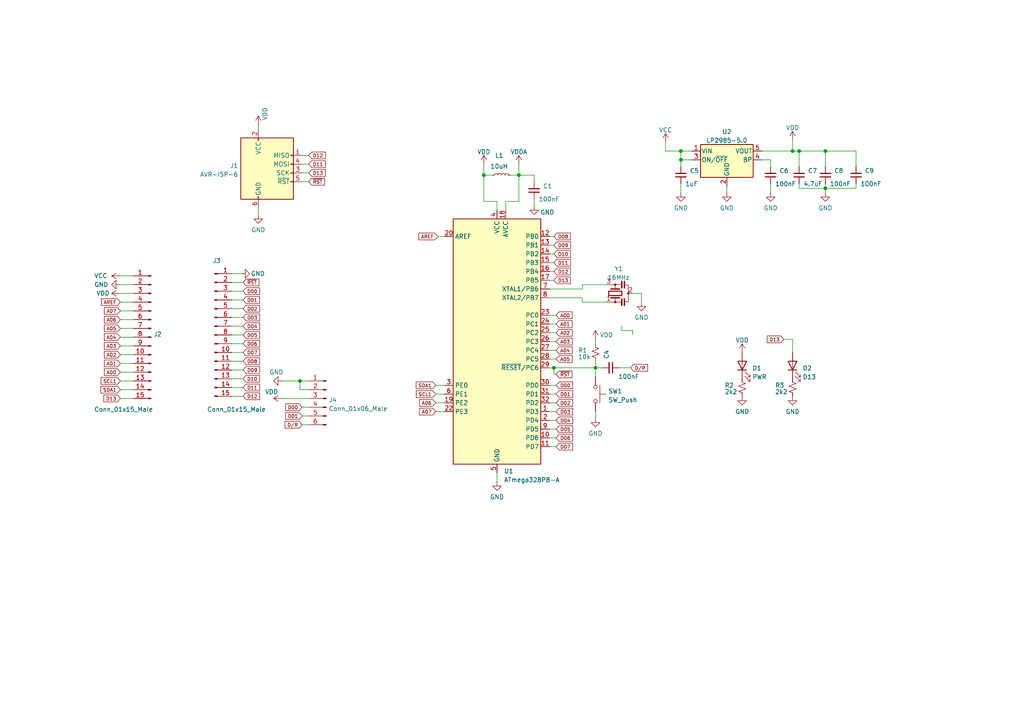
<source format=kicad_sch>
(kicad_sch (version 20211123) (generator eeschema)

  (uuid 2af64945-6375-4b67-84c0-c1b503dbd595)

  (paper "A4")

  (lib_symbols
    (symbol "Connector:AVR-ISP-6" (pin_names (offset 1.016)) (in_bom yes) (on_board yes)
      (property "Reference" "J" (id 0) (at -6.35 11.43 0)
        (effects (font (size 1.27 1.27)) (justify left))
      )
      (property "Value" "AVR-ISP-6" (id 1) (at 0 11.43 0)
        (effects (font (size 1.27 1.27)) (justify left))
      )
      (property "Footprint" "" (id 2) (at -6.35 1.27 90)
        (effects (font (size 1.27 1.27)) hide)
      )
      (property "Datasheet" " ~" (id 3) (at -32.385 -13.97 0)
        (effects (font (size 1.27 1.27)) hide)
      )
      (property "ki_keywords" "AVR ISP Connector" (id 4) (at 0 0 0)
        (effects (font (size 1.27 1.27)) hide)
      )
      (property "ki_description" "Atmel 6-pin ISP connector" (id 5) (at 0 0 0)
        (effects (font (size 1.27 1.27)) hide)
      )
      (property "ki_fp_filters" "IDC?Header*2x03* Pin?Header*2x03*" (id 6) (at 0 0 0)
        (effects (font (size 1.27 1.27)) hide)
      )
      (symbol "AVR-ISP-6_0_1"
        (rectangle (start -2.667 -6.858) (end -2.413 -7.62)
          (stroke (width 0) (type default) (color 0 0 0 0))
          (fill (type none))
        )
        (rectangle (start -2.667 10.16) (end -2.413 9.398)
          (stroke (width 0) (type default) (color 0 0 0 0))
          (fill (type none))
        )
        (rectangle (start 7.62 -2.413) (end 6.858 -2.667)
          (stroke (width 0) (type default) (color 0 0 0 0))
          (fill (type none))
        )
        (rectangle (start 7.62 0.127) (end 6.858 -0.127)
          (stroke (width 0) (type default) (color 0 0 0 0))
          (fill (type none))
        )
        (rectangle (start 7.62 2.667) (end 6.858 2.413)
          (stroke (width 0) (type default) (color 0 0 0 0))
          (fill (type none))
        )
        (rectangle (start 7.62 5.207) (end 6.858 4.953)
          (stroke (width 0) (type default) (color 0 0 0 0))
          (fill (type none))
        )
        (rectangle (start 7.62 10.16) (end -7.62 -7.62)
          (stroke (width 0.254) (type default) (color 0 0 0 0))
          (fill (type background))
        )
      )
      (symbol "AVR-ISP-6_1_1"
        (pin passive line (at 10.16 5.08 180) (length 2.54)
          (name "MISO" (effects (font (size 1.27 1.27))))
          (number "1" (effects (font (size 1.27 1.27))))
        )
        (pin passive line (at -2.54 12.7 270) (length 2.54)
          (name "VCC" (effects (font (size 1.27 1.27))))
          (number "2" (effects (font (size 1.27 1.27))))
        )
        (pin passive line (at 10.16 0 180) (length 2.54)
          (name "SCK" (effects (font (size 1.27 1.27))))
          (number "3" (effects (font (size 1.27 1.27))))
        )
        (pin passive line (at 10.16 2.54 180) (length 2.54)
          (name "MOSI" (effects (font (size 1.27 1.27))))
          (number "4" (effects (font (size 1.27 1.27))))
        )
        (pin passive line (at 10.16 -2.54 180) (length 2.54)
          (name "~{RST}" (effects (font (size 1.27 1.27))))
          (number "5" (effects (font (size 1.27 1.27))))
        )
        (pin passive line (at -2.54 -10.16 90) (length 2.54)
          (name "GND" (effects (font (size 1.27 1.27))))
          (number "6" (effects (font (size 1.27 1.27))))
        )
      )
    )
    (symbol "Connector:Conn_01x06_Male" (pin_names (offset 1.016) hide) (in_bom yes) (on_board yes)
      (property "Reference" "J" (id 0) (at 0 7.62 0)
        (effects (font (size 1.27 1.27)))
      )
      (property "Value" "Conn_01x06_Male" (id 1) (at 0 -10.16 0)
        (effects (font (size 1.27 1.27)))
      )
      (property "Footprint" "" (id 2) (at 0 0 0)
        (effects (font (size 1.27 1.27)) hide)
      )
      (property "Datasheet" "~" (id 3) (at 0 0 0)
        (effects (font (size 1.27 1.27)) hide)
      )
      (property "ki_keywords" "connector" (id 4) (at 0 0 0)
        (effects (font (size 1.27 1.27)) hide)
      )
      (property "ki_description" "Generic connector, single row, 01x06, script generated (kicad-library-utils/schlib/autogen/connector/)" (id 5) (at 0 0 0)
        (effects (font (size 1.27 1.27)) hide)
      )
      (property "ki_fp_filters" "Connector*:*_1x??_*" (id 6) (at 0 0 0)
        (effects (font (size 1.27 1.27)) hide)
      )
      (symbol "Conn_01x06_Male_1_1"
        (polyline
          (pts
            (xy 1.27 -7.62)
            (xy 0.8636 -7.62)
          )
          (stroke (width 0.1524) (type default) (color 0 0 0 0))
          (fill (type none))
        )
        (polyline
          (pts
            (xy 1.27 -5.08)
            (xy 0.8636 -5.08)
          )
          (stroke (width 0.1524) (type default) (color 0 0 0 0))
          (fill (type none))
        )
        (polyline
          (pts
            (xy 1.27 -2.54)
            (xy 0.8636 -2.54)
          )
          (stroke (width 0.1524) (type default) (color 0 0 0 0))
          (fill (type none))
        )
        (polyline
          (pts
            (xy 1.27 0)
            (xy 0.8636 0)
          )
          (stroke (width 0.1524) (type default) (color 0 0 0 0))
          (fill (type none))
        )
        (polyline
          (pts
            (xy 1.27 2.54)
            (xy 0.8636 2.54)
          )
          (stroke (width 0.1524) (type default) (color 0 0 0 0))
          (fill (type none))
        )
        (polyline
          (pts
            (xy 1.27 5.08)
            (xy 0.8636 5.08)
          )
          (stroke (width 0.1524) (type default) (color 0 0 0 0))
          (fill (type none))
        )
        (rectangle (start 0.8636 -7.493) (end 0 -7.747)
          (stroke (width 0.1524) (type default) (color 0 0 0 0))
          (fill (type outline))
        )
        (rectangle (start 0.8636 -4.953) (end 0 -5.207)
          (stroke (width 0.1524) (type default) (color 0 0 0 0))
          (fill (type outline))
        )
        (rectangle (start 0.8636 -2.413) (end 0 -2.667)
          (stroke (width 0.1524) (type default) (color 0 0 0 0))
          (fill (type outline))
        )
        (rectangle (start 0.8636 0.127) (end 0 -0.127)
          (stroke (width 0.1524) (type default) (color 0 0 0 0))
          (fill (type outline))
        )
        (rectangle (start 0.8636 2.667) (end 0 2.413)
          (stroke (width 0.1524) (type default) (color 0 0 0 0))
          (fill (type outline))
        )
        (rectangle (start 0.8636 5.207) (end 0 4.953)
          (stroke (width 0.1524) (type default) (color 0 0 0 0))
          (fill (type outline))
        )
        (pin passive line (at 5.08 5.08 180) (length 3.81)
          (name "Pin_1" (effects (font (size 1.27 1.27))))
          (number "1" (effects (font (size 1.27 1.27))))
        )
        (pin passive line (at 5.08 2.54 180) (length 3.81)
          (name "Pin_2" (effects (font (size 1.27 1.27))))
          (number "2" (effects (font (size 1.27 1.27))))
        )
        (pin passive line (at 5.08 0 180) (length 3.81)
          (name "Pin_3" (effects (font (size 1.27 1.27))))
          (number "3" (effects (font (size 1.27 1.27))))
        )
        (pin passive line (at 5.08 -2.54 180) (length 3.81)
          (name "Pin_4" (effects (font (size 1.27 1.27))))
          (number "4" (effects (font (size 1.27 1.27))))
        )
        (pin passive line (at 5.08 -5.08 180) (length 3.81)
          (name "Pin_5" (effects (font (size 1.27 1.27))))
          (number "5" (effects (font (size 1.27 1.27))))
        )
        (pin passive line (at 5.08 -7.62 180) (length 3.81)
          (name "Pin_6" (effects (font (size 1.27 1.27))))
          (number "6" (effects (font (size 1.27 1.27))))
        )
      )
    )
    (symbol "Connector:Conn_01x15_Male" (pin_names (offset 1.016) hide) (in_bom yes) (on_board yes)
      (property "Reference" "J" (id 0) (at 0 20.32 0)
        (effects (font (size 1.27 1.27)))
      )
      (property "Value" "Conn_01x15_Male" (id 1) (at 0 -20.32 0)
        (effects (font (size 1.27 1.27)))
      )
      (property "Footprint" "" (id 2) (at 0 0 0)
        (effects (font (size 1.27 1.27)) hide)
      )
      (property "Datasheet" "~" (id 3) (at 0 0 0)
        (effects (font (size 1.27 1.27)) hide)
      )
      (property "ki_keywords" "connector" (id 4) (at 0 0 0)
        (effects (font (size 1.27 1.27)) hide)
      )
      (property "ki_description" "Generic connector, single row, 01x15, script generated (kicad-library-utils/schlib/autogen/connector/)" (id 5) (at 0 0 0)
        (effects (font (size 1.27 1.27)) hide)
      )
      (property "ki_fp_filters" "Connector*:*_1x??_*" (id 6) (at 0 0 0)
        (effects (font (size 1.27 1.27)) hide)
      )
      (symbol "Conn_01x15_Male_1_1"
        (polyline
          (pts
            (xy 1.27 -17.78)
            (xy 0.8636 -17.78)
          )
          (stroke (width 0.1524) (type default) (color 0 0 0 0))
          (fill (type none))
        )
        (polyline
          (pts
            (xy 1.27 -15.24)
            (xy 0.8636 -15.24)
          )
          (stroke (width 0.1524) (type default) (color 0 0 0 0))
          (fill (type none))
        )
        (polyline
          (pts
            (xy 1.27 -12.7)
            (xy 0.8636 -12.7)
          )
          (stroke (width 0.1524) (type default) (color 0 0 0 0))
          (fill (type none))
        )
        (polyline
          (pts
            (xy 1.27 -10.16)
            (xy 0.8636 -10.16)
          )
          (stroke (width 0.1524) (type default) (color 0 0 0 0))
          (fill (type none))
        )
        (polyline
          (pts
            (xy 1.27 -7.62)
            (xy 0.8636 -7.62)
          )
          (stroke (width 0.1524) (type default) (color 0 0 0 0))
          (fill (type none))
        )
        (polyline
          (pts
            (xy 1.27 -5.08)
            (xy 0.8636 -5.08)
          )
          (stroke (width 0.1524) (type default) (color 0 0 0 0))
          (fill (type none))
        )
        (polyline
          (pts
            (xy 1.27 -2.54)
            (xy 0.8636 -2.54)
          )
          (stroke (width 0.1524) (type default) (color 0 0 0 0))
          (fill (type none))
        )
        (polyline
          (pts
            (xy 1.27 0)
            (xy 0.8636 0)
          )
          (stroke (width 0.1524) (type default) (color 0 0 0 0))
          (fill (type none))
        )
        (polyline
          (pts
            (xy 1.27 2.54)
            (xy 0.8636 2.54)
          )
          (stroke (width 0.1524) (type default) (color 0 0 0 0))
          (fill (type none))
        )
        (polyline
          (pts
            (xy 1.27 5.08)
            (xy 0.8636 5.08)
          )
          (stroke (width 0.1524) (type default) (color 0 0 0 0))
          (fill (type none))
        )
        (polyline
          (pts
            (xy 1.27 7.62)
            (xy 0.8636 7.62)
          )
          (stroke (width 0.1524) (type default) (color 0 0 0 0))
          (fill (type none))
        )
        (polyline
          (pts
            (xy 1.27 10.16)
            (xy 0.8636 10.16)
          )
          (stroke (width 0.1524) (type default) (color 0 0 0 0))
          (fill (type none))
        )
        (polyline
          (pts
            (xy 1.27 12.7)
            (xy 0.8636 12.7)
          )
          (stroke (width 0.1524) (type default) (color 0 0 0 0))
          (fill (type none))
        )
        (polyline
          (pts
            (xy 1.27 15.24)
            (xy 0.8636 15.24)
          )
          (stroke (width 0.1524) (type default) (color 0 0 0 0))
          (fill (type none))
        )
        (polyline
          (pts
            (xy 1.27 17.78)
            (xy 0.8636 17.78)
          )
          (stroke (width 0.1524) (type default) (color 0 0 0 0))
          (fill (type none))
        )
        (rectangle (start 0.8636 -17.653) (end 0 -17.907)
          (stroke (width 0.1524) (type default) (color 0 0 0 0))
          (fill (type outline))
        )
        (rectangle (start 0.8636 -15.113) (end 0 -15.367)
          (stroke (width 0.1524) (type default) (color 0 0 0 0))
          (fill (type outline))
        )
        (rectangle (start 0.8636 -12.573) (end 0 -12.827)
          (stroke (width 0.1524) (type default) (color 0 0 0 0))
          (fill (type outline))
        )
        (rectangle (start 0.8636 -10.033) (end 0 -10.287)
          (stroke (width 0.1524) (type default) (color 0 0 0 0))
          (fill (type outline))
        )
        (rectangle (start 0.8636 -7.493) (end 0 -7.747)
          (stroke (width 0.1524) (type default) (color 0 0 0 0))
          (fill (type outline))
        )
        (rectangle (start 0.8636 -4.953) (end 0 -5.207)
          (stroke (width 0.1524) (type default) (color 0 0 0 0))
          (fill (type outline))
        )
        (rectangle (start 0.8636 -2.413) (end 0 -2.667)
          (stroke (width 0.1524) (type default) (color 0 0 0 0))
          (fill (type outline))
        )
        (rectangle (start 0.8636 0.127) (end 0 -0.127)
          (stroke (width 0.1524) (type default) (color 0 0 0 0))
          (fill (type outline))
        )
        (rectangle (start 0.8636 2.667) (end 0 2.413)
          (stroke (width 0.1524) (type default) (color 0 0 0 0))
          (fill (type outline))
        )
        (rectangle (start 0.8636 5.207) (end 0 4.953)
          (stroke (width 0.1524) (type default) (color 0 0 0 0))
          (fill (type outline))
        )
        (rectangle (start 0.8636 7.747) (end 0 7.493)
          (stroke (width 0.1524) (type default) (color 0 0 0 0))
          (fill (type outline))
        )
        (rectangle (start 0.8636 10.287) (end 0 10.033)
          (stroke (width 0.1524) (type default) (color 0 0 0 0))
          (fill (type outline))
        )
        (rectangle (start 0.8636 12.827) (end 0 12.573)
          (stroke (width 0.1524) (type default) (color 0 0 0 0))
          (fill (type outline))
        )
        (rectangle (start 0.8636 15.367) (end 0 15.113)
          (stroke (width 0.1524) (type default) (color 0 0 0 0))
          (fill (type outline))
        )
        (rectangle (start 0.8636 17.907) (end 0 17.653)
          (stroke (width 0.1524) (type default) (color 0 0 0 0))
          (fill (type outline))
        )
        (pin passive line (at 5.08 17.78 180) (length 3.81)
          (name "Pin_1" (effects (font (size 1.27 1.27))))
          (number "1" (effects (font (size 1.27 1.27))))
        )
        (pin passive line (at 5.08 -5.08 180) (length 3.81)
          (name "Pin_10" (effects (font (size 1.27 1.27))))
          (number "10" (effects (font (size 1.27 1.27))))
        )
        (pin passive line (at 5.08 -7.62 180) (length 3.81)
          (name "Pin_11" (effects (font (size 1.27 1.27))))
          (number "11" (effects (font (size 1.27 1.27))))
        )
        (pin passive line (at 5.08 -10.16 180) (length 3.81)
          (name "Pin_12" (effects (font (size 1.27 1.27))))
          (number "12" (effects (font (size 1.27 1.27))))
        )
        (pin passive line (at 5.08 -12.7 180) (length 3.81)
          (name "Pin_13" (effects (font (size 1.27 1.27))))
          (number "13" (effects (font (size 1.27 1.27))))
        )
        (pin passive line (at 5.08 -15.24 180) (length 3.81)
          (name "Pin_14" (effects (font (size 1.27 1.27))))
          (number "14" (effects (font (size 1.27 1.27))))
        )
        (pin passive line (at 5.08 -17.78 180) (length 3.81)
          (name "Pin_15" (effects (font (size 1.27 1.27))))
          (number "15" (effects (font (size 1.27 1.27))))
        )
        (pin passive line (at 5.08 15.24 180) (length 3.81)
          (name "Pin_2" (effects (font (size 1.27 1.27))))
          (number "2" (effects (font (size 1.27 1.27))))
        )
        (pin passive line (at 5.08 12.7 180) (length 3.81)
          (name "Pin_3" (effects (font (size 1.27 1.27))))
          (number "3" (effects (font (size 1.27 1.27))))
        )
        (pin passive line (at 5.08 10.16 180) (length 3.81)
          (name "Pin_4" (effects (font (size 1.27 1.27))))
          (number "4" (effects (font (size 1.27 1.27))))
        )
        (pin passive line (at 5.08 7.62 180) (length 3.81)
          (name "Pin_5" (effects (font (size 1.27 1.27))))
          (number "5" (effects (font (size 1.27 1.27))))
        )
        (pin passive line (at 5.08 5.08 180) (length 3.81)
          (name "Pin_6" (effects (font (size 1.27 1.27))))
          (number "6" (effects (font (size 1.27 1.27))))
        )
        (pin passive line (at 5.08 2.54 180) (length 3.81)
          (name "Pin_7" (effects (font (size 1.27 1.27))))
          (number "7" (effects (font (size 1.27 1.27))))
        )
        (pin passive line (at 5.08 0 180) (length 3.81)
          (name "Pin_8" (effects (font (size 1.27 1.27))))
          (number "8" (effects (font (size 1.27 1.27))))
        )
        (pin passive line (at 5.08 -2.54 180) (length 3.81)
          (name "Pin_9" (effects (font (size 1.27 1.27))))
          (number "9" (effects (font (size 1.27 1.27))))
        )
      )
    )
    (symbol "Device:C_Small" (pin_numbers hide) (pin_names (offset 0.254) hide) (in_bom yes) (on_board yes)
      (property "Reference" "C" (id 0) (at 0.254 1.778 0)
        (effects (font (size 1.27 1.27)) (justify left))
      )
      (property "Value" "C_Small" (id 1) (at 0.254 -2.032 0)
        (effects (font (size 1.27 1.27)) (justify left))
      )
      (property "Footprint" "" (id 2) (at 0 0 0)
        (effects (font (size 1.27 1.27)) hide)
      )
      (property "Datasheet" "~" (id 3) (at 0 0 0)
        (effects (font (size 1.27 1.27)) hide)
      )
      (property "ki_keywords" "capacitor cap" (id 4) (at 0 0 0)
        (effects (font (size 1.27 1.27)) hide)
      )
      (property "ki_description" "Unpolarized capacitor, small symbol" (id 5) (at 0 0 0)
        (effects (font (size 1.27 1.27)) hide)
      )
      (property "ki_fp_filters" "C_*" (id 6) (at 0 0 0)
        (effects (font (size 1.27 1.27)) hide)
      )
      (symbol "C_Small_0_1"
        (polyline
          (pts
            (xy -1.524 -0.508)
            (xy 1.524 -0.508)
          )
          (stroke (width 0.3302) (type default) (color 0 0 0 0))
          (fill (type none))
        )
        (polyline
          (pts
            (xy -1.524 0.508)
            (xy 1.524 0.508)
          )
          (stroke (width 0.3048) (type default) (color 0 0 0 0))
          (fill (type none))
        )
      )
      (symbol "C_Small_1_1"
        (pin passive line (at 0 2.54 270) (length 2.032)
          (name "~" (effects (font (size 1.27 1.27))))
          (number "1" (effects (font (size 1.27 1.27))))
        )
        (pin passive line (at 0 -2.54 90) (length 2.032)
          (name "~" (effects (font (size 1.27 1.27))))
          (number "2" (effects (font (size 1.27 1.27))))
        )
      )
    )
    (symbol "Device:LED" (pin_numbers hide) (pin_names (offset 1.016) hide) (in_bom yes) (on_board yes)
      (property "Reference" "D" (id 0) (at 0 2.54 0)
        (effects (font (size 1.27 1.27)))
      )
      (property "Value" "LED" (id 1) (at 0 -2.54 0)
        (effects (font (size 1.27 1.27)))
      )
      (property "Footprint" "" (id 2) (at 0 0 0)
        (effects (font (size 1.27 1.27)) hide)
      )
      (property "Datasheet" "~" (id 3) (at 0 0 0)
        (effects (font (size 1.27 1.27)) hide)
      )
      (property "ki_keywords" "LED diode" (id 4) (at 0 0 0)
        (effects (font (size 1.27 1.27)) hide)
      )
      (property "ki_description" "Light emitting diode" (id 5) (at 0 0 0)
        (effects (font (size 1.27 1.27)) hide)
      )
      (property "ki_fp_filters" "LED* LED_SMD:* LED_THT:*" (id 6) (at 0 0 0)
        (effects (font (size 1.27 1.27)) hide)
      )
      (symbol "LED_0_1"
        (polyline
          (pts
            (xy -1.27 -1.27)
            (xy -1.27 1.27)
          )
          (stroke (width 0.254) (type default) (color 0 0 0 0))
          (fill (type none))
        )
        (polyline
          (pts
            (xy -1.27 0)
            (xy 1.27 0)
          )
          (stroke (width 0) (type default) (color 0 0 0 0))
          (fill (type none))
        )
        (polyline
          (pts
            (xy 1.27 -1.27)
            (xy 1.27 1.27)
            (xy -1.27 0)
            (xy 1.27 -1.27)
          )
          (stroke (width 0.254) (type default) (color 0 0 0 0))
          (fill (type none))
        )
        (polyline
          (pts
            (xy -3.048 -0.762)
            (xy -4.572 -2.286)
            (xy -3.81 -2.286)
            (xy -4.572 -2.286)
            (xy -4.572 -1.524)
          )
          (stroke (width 0) (type default) (color 0 0 0 0))
          (fill (type none))
        )
        (polyline
          (pts
            (xy -1.778 -0.762)
            (xy -3.302 -2.286)
            (xy -2.54 -2.286)
            (xy -3.302 -2.286)
            (xy -3.302 -1.524)
          )
          (stroke (width 0) (type default) (color 0 0 0 0))
          (fill (type none))
        )
      )
      (symbol "LED_1_1"
        (pin passive line (at -3.81 0 0) (length 2.54)
          (name "K" (effects (font (size 1.27 1.27))))
          (number "1" (effects (font (size 1.27 1.27))))
        )
        (pin passive line (at 3.81 0 180) (length 2.54)
          (name "A" (effects (font (size 1.27 1.27))))
          (number "2" (effects (font (size 1.27 1.27))))
        )
      )
    )
    (symbol "Device:L_Small" (pin_numbers hide) (pin_names (offset 0.254) hide) (in_bom yes) (on_board yes)
      (property "Reference" "L" (id 0) (at 0.762 1.016 0)
        (effects (font (size 1.27 1.27)) (justify left))
      )
      (property "Value" "L_Small" (id 1) (at 0.762 -1.016 0)
        (effects (font (size 1.27 1.27)) (justify left))
      )
      (property "Footprint" "" (id 2) (at 0 0 0)
        (effects (font (size 1.27 1.27)) hide)
      )
      (property "Datasheet" "~" (id 3) (at 0 0 0)
        (effects (font (size 1.27 1.27)) hide)
      )
      (property "ki_keywords" "inductor choke coil reactor magnetic" (id 4) (at 0 0 0)
        (effects (font (size 1.27 1.27)) hide)
      )
      (property "ki_description" "Inductor, small symbol" (id 5) (at 0 0 0)
        (effects (font (size 1.27 1.27)) hide)
      )
      (property "ki_fp_filters" "Choke_* *Coil* Inductor_* L_*" (id 6) (at 0 0 0)
        (effects (font (size 1.27 1.27)) hide)
      )
      (symbol "L_Small_0_1"
        (arc (start 0 -2.032) (mid 0.508 -1.524) (end 0 -1.016)
          (stroke (width 0) (type default) (color 0 0 0 0))
          (fill (type none))
        )
        (arc (start 0 -1.016) (mid 0.508 -0.508) (end 0 0)
          (stroke (width 0) (type default) (color 0 0 0 0))
          (fill (type none))
        )
        (arc (start 0 0) (mid 0.508 0.508) (end 0 1.016)
          (stroke (width 0) (type default) (color 0 0 0 0))
          (fill (type none))
        )
        (arc (start 0 1.016) (mid 0.508 1.524) (end 0 2.032)
          (stroke (width 0) (type default) (color 0 0 0 0))
          (fill (type none))
        )
      )
      (symbol "L_Small_1_1"
        (pin passive line (at 0 2.54 270) (length 0.508)
          (name "~" (effects (font (size 1.27 1.27))))
          (number "1" (effects (font (size 1.27 1.27))))
        )
        (pin passive line (at 0 -2.54 90) (length 0.508)
          (name "~" (effects (font (size 1.27 1.27))))
          (number "2" (effects (font (size 1.27 1.27))))
        )
      )
    )
    (symbol "Device:R_Small_US" (pin_numbers hide) (pin_names (offset 0.254) hide) (in_bom yes) (on_board yes)
      (property "Reference" "R" (id 0) (at 0.762 0.508 0)
        (effects (font (size 1.27 1.27)) (justify left))
      )
      (property "Value" "R_Small_US" (id 1) (at 0.762 -1.016 0)
        (effects (font (size 1.27 1.27)) (justify left))
      )
      (property "Footprint" "" (id 2) (at 0 0 0)
        (effects (font (size 1.27 1.27)) hide)
      )
      (property "Datasheet" "~" (id 3) (at 0 0 0)
        (effects (font (size 1.27 1.27)) hide)
      )
      (property "ki_keywords" "r resistor" (id 4) (at 0 0 0)
        (effects (font (size 1.27 1.27)) hide)
      )
      (property "ki_description" "Resistor, small US symbol" (id 5) (at 0 0 0)
        (effects (font (size 1.27 1.27)) hide)
      )
      (property "ki_fp_filters" "R_*" (id 6) (at 0 0 0)
        (effects (font (size 1.27 1.27)) hide)
      )
      (symbol "R_Small_US_1_1"
        (polyline
          (pts
            (xy 0 0)
            (xy 1.016 -0.381)
            (xy 0 -0.762)
            (xy -1.016 -1.143)
            (xy 0 -1.524)
          )
          (stroke (width 0) (type default) (color 0 0 0 0))
          (fill (type none))
        )
        (polyline
          (pts
            (xy 0 1.524)
            (xy 1.016 1.143)
            (xy 0 0.762)
            (xy -1.016 0.381)
            (xy 0 0)
          )
          (stroke (width 0) (type default) (color 0 0 0 0))
          (fill (type none))
        )
        (pin passive line (at 0 2.54 270) (length 1.016)
          (name "~" (effects (font (size 1.27 1.27))))
          (number "1" (effects (font (size 1.27 1.27))))
        )
        (pin passive line (at 0 -2.54 90) (length 1.016)
          (name "~" (effects (font (size 1.27 1.27))))
          (number "2" (effects (font (size 1.27 1.27))))
        )
      )
    )
    (symbol "Device:Resonator_Small" (pin_names (offset 1.016) hide) (in_bom yes) (on_board yes)
      (property "Reference" "Y" (id 0) (at 3.175 1.905 0)
        (effects (font (size 1.27 1.27)) (justify left))
      )
      (property "Value" "Resonator_Small" (id 1) (at 3.175 0 0)
        (effects (font (size 1.27 1.27)) (justify left))
      )
      (property "Footprint" "" (id 2) (at -0.635 0 0)
        (effects (font (size 1.27 1.27)) hide)
      )
      (property "Datasheet" "~" (id 3) (at -0.635 0 0)
        (effects (font (size 1.27 1.27)) hide)
      )
      (property "ki_keywords" "ceramic resonator" (id 4) (at 0 0 0)
        (effects (font (size 1.27 1.27)) hide)
      )
      (property "ki_description" "Three pin ceramic resonator, small symbol" (id 5) (at 0 0 0)
        (effects (font (size 1.27 1.27)) hide)
      )
      (property "ki_fp_filters" "Filter* Resonator*" (id 6) (at 0 0 0)
        (effects (font (size 1.27 1.27)) hide)
      )
      (symbol "Resonator_Small_0_1"
        (rectangle (start -3.556 -2.54) (end -1.524 -2.794)
          (stroke (width 0) (type default) (color 0 0 0 0))
          (fill (type outline))
        )
        (rectangle (start -3.556 -1.778) (end -1.524 -2.032)
          (stroke (width 0) (type default) (color 0 0 0 0))
          (fill (type outline))
        )
        (circle (center -2.54 0) (radius 0.254)
          (stroke (width 0) (type default) (color 0 0 0 0))
          (fill (type outline))
        )
        (rectangle (start -0.635 1.905) (end 0.635 -1.905)
          (stroke (width 0.3048) (type default) (color 0 0 0 0))
          (fill (type none))
        )
        (circle (center 0 -3.81) (radius 0.254)
          (stroke (width 0) (type default) (color 0 0 0 0))
          (fill (type outline))
        )
        (polyline
          (pts
            (xy -2.54 -1.778)
            (xy -2.54 0)
          )
          (stroke (width 0) (type default) (color 0 0 0 0))
          (fill (type none))
        )
        (polyline
          (pts
            (xy -2.54 0)
            (xy -1.397 0)
          )
          (stroke (width 0) (type default) (color 0 0 0 0))
          (fill (type none))
        )
        (polyline
          (pts
            (xy -2.54 1.27)
            (xy -2.54 0)
          )
          (stroke (width 0) (type default) (color 0 0 0 0))
          (fill (type none))
        )
        (polyline
          (pts
            (xy -1.27 -1.27)
            (xy -1.27 1.27)
          )
          (stroke (width 0.381) (type default) (color 0 0 0 0))
          (fill (type none))
        )
        (polyline
          (pts
            (xy 1.27 -1.27)
            (xy 1.27 1.27)
          )
          (stroke (width 0.381) (type default) (color 0 0 0 0))
          (fill (type none))
        )
        (polyline
          (pts
            (xy 1.27 0)
            (xy 2.54 0)
          )
          (stroke (width 0) (type default) (color 0 0 0 0))
          (fill (type none))
        )
        (polyline
          (pts
            (xy 2.54 0)
            (xy 2.54 -1.778)
          )
          (stroke (width 0) (type default) (color 0 0 0 0))
          (fill (type none))
        )
        (polyline
          (pts
            (xy 2.54 1.27)
            (xy 2.54 0)
          )
          (stroke (width 0) (type default) (color 0 0 0 0))
          (fill (type none))
        )
        (polyline
          (pts
            (xy 2.413 -2.794)
            (xy 2.413 -3.81)
            (xy -2.413 -3.81)
            (xy -2.413 -2.667)
          )
          (stroke (width 0) (type default) (color 0 0 0 0))
          (fill (type none))
        )
        (rectangle (start 1.524 -2.54) (end 3.556 -2.794)
          (stroke (width 0) (type default) (color 0 0 0 0))
          (fill (type outline))
        )
        (rectangle (start 1.524 -1.778) (end 3.556 -2.032)
          (stroke (width 0) (type default) (color 0 0 0 0))
          (fill (type outline))
        )
        (circle (center 2.54 0) (radius 0.254)
          (stroke (width 0) (type default) (color 0 0 0 0))
          (fill (type outline))
        )
      )
      (symbol "Resonator_Small_1_1"
        (pin passive line (at -2.54 2.54 270) (length 1.27)
          (name "1" (effects (font (size 1.27 1.27))))
          (number "1" (effects (font (size 1.27 1.27))))
        )
        (pin passive line (at 0 -5.08 90) (length 1.27)
          (name "2" (effects (font (size 1.27 1.27))))
          (number "2" (effects (font (size 1.27 1.27))))
        )
        (pin passive line (at 2.54 2.54 270) (length 1.27)
          (name "3" (effects (font (size 1.27 1.27))))
          (number "3" (effects (font (size 1.27 1.27))))
        )
      )
    )
    (symbol "MCU_Microchip_ATmega:ATmega328PB-A" (in_bom yes) (on_board yes)
      (property "Reference" "U" (id 0) (at -12.7 36.83 0)
        (effects (font (size 1.27 1.27)) (justify left bottom))
      )
      (property "Value" "ATmega328PB-A" (id 1) (at 2.54 -36.83 0)
        (effects (font (size 1.27 1.27)) (justify left top))
      )
      (property "Footprint" "Package_QFP:TQFP-32_7x7mm_P0.8mm" (id 2) (at 0 0 0)
        (effects (font (size 1.27 1.27) italic) hide)
      )
      (property "Datasheet" "http://ww1.microchip.com/downloads/en/DeviceDoc/40001906C.pdf" (id 3) (at 0 0 0)
        (effects (font (size 1.27 1.27)) hide)
      )
      (property "ki_keywords" "AVR 8bit Microcontroller MegaAVR" (id 4) (at 0 0 0)
        (effects (font (size 1.27 1.27)) hide)
      )
      (property "ki_description" "20MHz, 32kB Flash, 2kB SRAM, 1kB EEPROM, TQFP-32" (id 5) (at 0 0 0)
        (effects (font (size 1.27 1.27)) hide)
      )
      (property "ki_fp_filters" "TQFP*7x7mm*P0.8mm*" (id 6) (at 0 0 0)
        (effects (font (size 1.27 1.27)) hide)
      )
      (symbol "ATmega328PB-A_0_1"
        (rectangle (start -12.7 -35.56) (end 12.7 35.56)
          (stroke (width 0.254) (type default) (color 0 0 0 0))
          (fill (type background))
        )
      )
      (symbol "ATmega328PB-A_1_1"
        (pin bidirectional line (at 15.24 -20.32 180) (length 2.54)
          (name "PD3" (effects (font (size 1.27 1.27))))
          (number "1" (effects (font (size 1.27 1.27))))
        )
        (pin bidirectional line (at 15.24 -27.94 180) (length 2.54)
          (name "PD6" (effects (font (size 1.27 1.27))))
          (number "10" (effects (font (size 1.27 1.27))))
        )
        (pin bidirectional line (at 15.24 -30.48 180) (length 2.54)
          (name "PD7" (effects (font (size 1.27 1.27))))
          (number "11" (effects (font (size 1.27 1.27))))
        )
        (pin bidirectional line (at 15.24 30.48 180) (length 2.54)
          (name "PB0" (effects (font (size 1.27 1.27))))
          (number "12" (effects (font (size 1.27 1.27))))
        )
        (pin bidirectional line (at 15.24 27.94 180) (length 2.54)
          (name "PB1" (effects (font (size 1.27 1.27))))
          (number "13" (effects (font (size 1.27 1.27))))
        )
        (pin bidirectional line (at 15.24 25.4 180) (length 2.54)
          (name "PB2" (effects (font (size 1.27 1.27))))
          (number "14" (effects (font (size 1.27 1.27))))
        )
        (pin bidirectional line (at 15.24 22.86 180) (length 2.54)
          (name "PB3" (effects (font (size 1.27 1.27))))
          (number "15" (effects (font (size 1.27 1.27))))
        )
        (pin bidirectional line (at 15.24 20.32 180) (length 2.54)
          (name "PB4" (effects (font (size 1.27 1.27))))
          (number "16" (effects (font (size 1.27 1.27))))
        )
        (pin bidirectional line (at 15.24 17.78 180) (length 2.54)
          (name "PB5" (effects (font (size 1.27 1.27))))
          (number "17" (effects (font (size 1.27 1.27))))
        )
        (pin power_in line (at 2.54 38.1 270) (length 2.54)
          (name "AVCC" (effects (font (size 1.27 1.27))))
          (number "18" (effects (font (size 1.27 1.27))))
        )
        (pin bidirectional line (at -15.24 -17.78 0) (length 2.54)
          (name "PE2" (effects (font (size 1.27 1.27))))
          (number "19" (effects (font (size 1.27 1.27))))
        )
        (pin bidirectional line (at 15.24 -22.86 180) (length 2.54)
          (name "PD4" (effects (font (size 1.27 1.27))))
          (number "2" (effects (font (size 1.27 1.27))))
        )
        (pin passive line (at -15.24 30.48 0) (length 2.54)
          (name "AREF" (effects (font (size 1.27 1.27))))
          (number "20" (effects (font (size 1.27 1.27))))
        )
        (pin passive line (at 0 -38.1 90) (length 2.54) hide
          (name "GND" (effects (font (size 1.27 1.27))))
          (number "21" (effects (font (size 1.27 1.27))))
        )
        (pin bidirectional line (at -15.24 -20.32 0) (length 2.54)
          (name "PE3" (effects (font (size 1.27 1.27))))
          (number "22" (effects (font (size 1.27 1.27))))
        )
        (pin bidirectional line (at 15.24 7.62 180) (length 2.54)
          (name "PC0" (effects (font (size 1.27 1.27))))
          (number "23" (effects (font (size 1.27 1.27))))
        )
        (pin bidirectional line (at 15.24 5.08 180) (length 2.54)
          (name "PC1" (effects (font (size 1.27 1.27))))
          (number "24" (effects (font (size 1.27 1.27))))
        )
        (pin bidirectional line (at 15.24 2.54 180) (length 2.54)
          (name "PC2" (effects (font (size 1.27 1.27))))
          (number "25" (effects (font (size 1.27 1.27))))
        )
        (pin bidirectional line (at 15.24 0 180) (length 2.54)
          (name "PC3" (effects (font (size 1.27 1.27))))
          (number "26" (effects (font (size 1.27 1.27))))
        )
        (pin bidirectional line (at 15.24 -2.54 180) (length 2.54)
          (name "PC4" (effects (font (size 1.27 1.27))))
          (number "27" (effects (font (size 1.27 1.27))))
        )
        (pin bidirectional line (at 15.24 -5.08 180) (length 2.54)
          (name "PC5" (effects (font (size 1.27 1.27))))
          (number "28" (effects (font (size 1.27 1.27))))
        )
        (pin bidirectional line (at 15.24 -7.62 180) (length 2.54)
          (name "~{RESET}/PC6" (effects (font (size 1.27 1.27))))
          (number "29" (effects (font (size 1.27 1.27))))
        )
        (pin bidirectional line (at -15.24 -12.7 0) (length 2.54)
          (name "PE0" (effects (font (size 1.27 1.27))))
          (number "3" (effects (font (size 1.27 1.27))))
        )
        (pin bidirectional line (at 15.24 -12.7 180) (length 2.54)
          (name "PD0" (effects (font (size 1.27 1.27))))
          (number "30" (effects (font (size 1.27 1.27))))
        )
        (pin bidirectional line (at 15.24 -15.24 180) (length 2.54)
          (name "PD1" (effects (font (size 1.27 1.27))))
          (number "31" (effects (font (size 1.27 1.27))))
        )
        (pin bidirectional line (at 15.24 -17.78 180) (length 2.54)
          (name "PD2" (effects (font (size 1.27 1.27))))
          (number "32" (effects (font (size 1.27 1.27))))
        )
        (pin power_in line (at 0 38.1 270) (length 2.54)
          (name "VCC" (effects (font (size 1.27 1.27))))
          (number "4" (effects (font (size 1.27 1.27))))
        )
        (pin power_in line (at 0 -38.1 90) (length 2.54)
          (name "GND" (effects (font (size 1.27 1.27))))
          (number "5" (effects (font (size 1.27 1.27))))
        )
        (pin bidirectional line (at -15.24 -15.24 0) (length 2.54)
          (name "PE1" (effects (font (size 1.27 1.27))))
          (number "6" (effects (font (size 1.27 1.27))))
        )
        (pin bidirectional line (at 15.24 15.24 180) (length 2.54)
          (name "XTAL1/PB6" (effects (font (size 1.27 1.27))))
          (number "7" (effects (font (size 1.27 1.27))))
        )
        (pin bidirectional line (at 15.24 12.7 180) (length 2.54)
          (name "XTAL2/PB7" (effects (font (size 1.27 1.27))))
          (number "8" (effects (font (size 1.27 1.27))))
        )
        (pin bidirectional line (at 15.24 -25.4 180) (length 2.54)
          (name "PD5" (effects (font (size 1.27 1.27))))
          (number "9" (effects (font (size 1.27 1.27))))
        )
      )
    )
    (symbol "Regulator_Linear:LP2985-5.0" (pin_names (offset 0.254)) (in_bom yes) (on_board yes)
      (property "Reference" "U" (id 0) (at -6.35 5.715 0)
        (effects (font (size 1.27 1.27)))
      )
      (property "Value" "LP2985-5.0" (id 1) (at 0 5.715 0)
        (effects (font (size 1.27 1.27)) (justify left))
      )
      (property "Footprint" "Package_TO_SOT_SMD:SOT-23-5" (id 2) (at 0 8.255 0)
        (effects (font (size 1.27 1.27)) hide)
      )
      (property "Datasheet" "http://www.ti.com/lit/ds/symlink/lp2985.pdf" (id 3) (at 0 0 0)
        (effects (font (size 1.27 1.27)) hide)
      )
      (property "ki_keywords" "LDO regulator linear  SOT-23-5" (id 4) (at 0 0 0)
        (effects (font (size 1.27 1.27)) hide)
      )
      (property "ki_description" "150mA 16V Low-noise Low-dropout Regulator With Shutdown, 5.0V output voltage, SOT-23-5" (id 5) (at 0 0 0)
        (effects (font (size 1.27 1.27)) hide)
      )
      (property "ki_fp_filters" "SOT?23*" (id 6) (at 0 0 0)
        (effects (font (size 1.27 1.27)) hide)
      )
      (symbol "LP2985-5.0_0_1"
        (rectangle (start -7.62 -5.08) (end 7.62 4.445)
          (stroke (width 0.254) (type default) (color 0 0 0 0))
          (fill (type background))
        )
      )
      (symbol "LP2985-5.0_1_1"
        (pin power_in line (at -10.16 2.54 0) (length 2.54)
          (name "VIN" (effects (font (size 1.27 1.27))))
          (number "1" (effects (font (size 1.27 1.27))))
        )
        (pin power_in line (at 0 -7.62 90) (length 2.54)
          (name "GND" (effects (font (size 1.27 1.27))))
          (number "2" (effects (font (size 1.27 1.27))))
        )
        (pin input line (at -10.16 0 0) (length 2.54)
          (name "ON/~{OFF}" (effects (font (size 1.27 1.27))))
          (number "3" (effects (font (size 1.27 1.27))))
        )
        (pin input line (at 10.16 0 180) (length 2.54)
          (name "BP" (effects (font (size 1.27 1.27))))
          (number "4" (effects (font (size 1.27 1.27))))
        )
        (pin power_out line (at 10.16 2.54 180) (length 2.54)
          (name "VOUT" (effects (font (size 1.27 1.27))))
          (number "5" (effects (font (size 1.27 1.27))))
        )
      )
    )
    (symbol "Switch:SW_Push" (pin_numbers hide) (pin_names (offset 1.016) hide) (in_bom yes) (on_board yes)
      (property "Reference" "SW" (id 0) (at 1.27 2.54 0)
        (effects (font (size 1.27 1.27)) (justify left))
      )
      (property "Value" "SW_Push" (id 1) (at 0 -1.524 0)
        (effects (font (size 1.27 1.27)))
      )
      (property "Footprint" "" (id 2) (at 0 5.08 0)
        (effects (font (size 1.27 1.27)) hide)
      )
      (property "Datasheet" "~" (id 3) (at 0 5.08 0)
        (effects (font (size 1.27 1.27)) hide)
      )
      (property "ki_keywords" "switch normally-open pushbutton push-button" (id 4) (at 0 0 0)
        (effects (font (size 1.27 1.27)) hide)
      )
      (property "ki_description" "Push button switch, generic, two pins" (id 5) (at 0 0 0)
        (effects (font (size 1.27 1.27)) hide)
      )
      (symbol "SW_Push_0_1"
        (circle (center -2.032 0) (radius 0.508)
          (stroke (width 0) (type default) (color 0 0 0 0))
          (fill (type none))
        )
        (polyline
          (pts
            (xy 0 1.27)
            (xy 0 3.048)
          )
          (stroke (width 0) (type default) (color 0 0 0 0))
          (fill (type none))
        )
        (polyline
          (pts
            (xy 2.54 1.27)
            (xy -2.54 1.27)
          )
          (stroke (width 0) (type default) (color 0 0 0 0))
          (fill (type none))
        )
        (circle (center 2.032 0) (radius 0.508)
          (stroke (width 0) (type default) (color 0 0 0 0))
          (fill (type none))
        )
        (pin passive line (at -5.08 0 0) (length 2.54)
          (name "1" (effects (font (size 1.27 1.27))))
          (number "1" (effects (font (size 1.27 1.27))))
        )
        (pin passive line (at 5.08 0 180) (length 2.54)
          (name "2" (effects (font (size 1.27 1.27))))
          (number "2" (effects (font (size 1.27 1.27))))
        )
      )
    )
    (symbol "power:GND" (power) (pin_names (offset 0)) (in_bom yes) (on_board yes)
      (property "Reference" "#PWR" (id 0) (at 0 -6.35 0)
        (effects (font (size 1.27 1.27)) hide)
      )
      (property "Value" "GND" (id 1) (at 0 -3.81 0)
        (effects (font (size 1.27 1.27)))
      )
      (property "Footprint" "" (id 2) (at 0 0 0)
        (effects (font (size 1.27 1.27)) hide)
      )
      (property "Datasheet" "" (id 3) (at 0 0 0)
        (effects (font (size 1.27 1.27)) hide)
      )
      (property "ki_keywords" "power-flag" (id 4) (at 0 0 0)
        (effects (font (size 1.27 1.27)) hide)
      )
      (property "ki_description" "Power symbol creates a global label with name \"GND\" , ground" (id 5) (at 0 0 0)
        (effects (font (size 1.27 1.27)) hide)
      )
      (symbol "GND_0_1"
        (polyline
          (pts
            (xy 0 0)
            (xy 0 -1.27)
            (xy 1.27 -1.27)
            (xy 0 -2.54)
            (xy -1.27 -1.27)
            (xy 0 -1.27)
          )
          (stroke (width 0) (type default) (color 0 0 0 0))
          (fill (type none))
        )
      )
      (symbol "GND_1_1"
        (pin power_in line (at 0 0 270) (length 0) hide
          (name "GND" (effects (font (size 1.27 1.27))))
          (number "1" (effects (font (size 1.27 1.27))))
        )
      )
    )
    (symbol "power:VCC" (power) (pin_names (offset 0)) (in_bom yes) (on_board yes)
      (property "Reference" "#PWR" (id 0) (at 0 -3.81 0)
        (effects (font (size 1.27 1.27)) hide)
      )
      (property "Value" "VCC" (id 1) (at 0 3.81 0)
        (effects (font (size 1.27 1.27)))
      )
      (property "Footprint" "" (id 2) (at 0 0 0)
        (effects (font (size 1.27 1.27)) hide)
      )
      (property "Datasheet" "" (id 3) (at 0 0 0)
        (effects (font (size 1.27 1.27)) hide)
      )
      (property "ki_keywords" "power-flag" (id 4) (at 0 0 0)
        (effects (font (size 1.27 1.27)) hide)
      )
      (property "ki_description" "Power symbol creates a global label with name \"VCC\"" (id 5) (at 0 0 0)
        (effects (font (size 1.27 1.27)) hide)
      )
      (symbol "VCC_0_1"
        (polyline
          (pts
            (xy -0.762 1.27)
            (xy 0 2.54)
          )
          (stroke (width 0) (type default) (color 0 0 0 0))
          (fill (type none))
        )
        (polyline
          (pts
            (xy 0 0)
            (xy 0 2.54)
          )
          (stroke (width 0) (type default) (color 0 0 0 0))
          (fill (type none))
        )
        (polyline
          (pts
            (xy 0 2.54)
            (xy 0.762 1.27)
          )
          (stroke (width 0) (type default) (color 0 0 0 0))
          (fill (type none))
        )
      )
      (symbol "VCC_1_1"
        (pin power_in line (at 0 0 90) (length 0) hide
          (name "VCC" (effects (font (size 1.27 1.27))))
          (number "1" (effects (font (size 1.27 1.27))))
        )
      )
    )
    (symbol "power:VDD" (power) (pin_names (offset 0)) (in_bom yes) (on_board yes)
      (property "Reference" "#PWR" (id 0) (at 0 -3.81 0)
        (effects (font (size 1.27 1.27)) hide)
      )
      (property "Value" "VDD" (id 1) (at 0 3.81 0)
        (effects (font (size 1.27 1.27)))
      )
      (property "Footprint" "" (id 2) (at 0 0 0)
        (effects (font (size 1.27 1.27)) hide)
      )
      (property "Datasheet" "" (id 3) (at 0 0 0)
        (effects (font (size 1.27 1.27)) hide)
      )
      (property "ki_keywords" "power-flag" (id 4) (at 0 0 0)
        (effects (font (size 1.27 1.27)) hide)
      )
      (property "ki_description" "Power symbol creates a global label with name \"VDD\"" (id 5) (at 0 0 0)
        (effects (font (size 1.27 1.27)) hide)
      )
      (symbol "VDD_0_1"
        (polyline
          (pts
            (xy -0.762 1.27)
            (xy 0 2.54)
          )
          (stroke (width 0) (type default) (color 0 0 0 0))
          (fill (type none))
        )
        (polyline
          (pts
            (xy 0 0)
            (xy 0 2.54)
          )
          (stroke (width 0) (type default) (color 0 0 0 0))
          (fill (type none))
        )
        (polyline
          (pts
            (xy 0 2.54)
            (xy 0.762 1.27)
          )
          (stroke (width 0) (type default) (color 0 0 0 0))
          (fill (type none))
        )
      )
      (symbol "VDD_1_1"
        (pin power_in line (at 0 0 90) (length 0) hide
          (name "VDD" (effects (font (size 1.27 1.27))))
          (number "1" (effects (font (size 1.27 1.27))))
        )
      )
    )
    (symbol "power:VDDA" (power) (pin_names (offset 0)) (in_bom yes) (on_board yes)
      (property "Reference" "#PWR" (id 0) (at 0 -3.81 0)
        (effects (font (size 1.27 1.27)) hide)
      )
      (property "Value" "VDDA" (id 1) (at 0 3.81 0)
        (effects (font (size 1.27 1.27)))
      )
      (property "Footprint" "" (id 2) (at 0 0 0)
        (effects (font (size 1.27 1.27)) hide)
      )
      (property "Datasheet" "" (id 3) (at 0 0 0)
        (effects (font (size 1.27 1.27)) hide)
      )
      (property "ki_keywords" "power-flag" (id 4) (at 0 0 0)
        (effects (font (size 1.27 1.27)) hide)
      )
      (property "ki_description" "Power symbol creates a global label with name \"VDDA\"" (id 5) (at 0 0 0)
        (effects (font (size 1.27 1.27)) hide)
      )
      (symbol "VDDA_0_1"
        (polyline
          (pts
            (xy -0.762 1.27)
            (xy 0 2.54)
          )
          (stroke (width 0) (type default) (color 0 0 0 0))
          (fill (type none))
        )
        (polyline
          (pts
            (xy 0 0)
            (xy 0 2.54)
          )
          (stroke (width 0) (type default) (color 0 0 0 0))
          (fill (type none))
        )
        (polyline
          (pts
            (xy 0 2.54)
            (xy 0.762 1.27)
          )
          (stroke (width 0) (type default) (color 0 0 0 0))
          (fill (type none))
        )
      )
      (symbol "VDDA_1_1"
        (pin power_in line (at 0 0 90) (length 0) hide
          (name "VDDA" (effects (font (size 1.27 1.27))))
          (number "1" (effects (font (size 1.27 1.27))))
        )
      )
    )
  )

  (junction (at 172.72 106.68) (diameter 0) (color 0 0 0 0)
    (uuid 1fc58c18-572b-4aec-a082-f8d1ce0e9511)
  )
  (junction (at 231.775 43.815) (diameter 0) (color 0 0 0 0)
    (uuid 21216186-e936-4d60-94a6-02a114743678)
  )
  (junction (at 239.395 43.815) (diameter 0) (color 0 0 0 0)
    (uuid 42657b36-2e82-4829-b866-17b5fd4ecc8f)
  )
  (junction (at 197.485 46.355) (diameter 0) (color 0 0 0 0)
    (uuid 5b2d6c18-f8ed-46a4-9602-abe4b9062ee2)
  )
  (junction (at 150.495 50.8) (diameter 0) (color 0 0 0 0)
    (uuid 5cedf6b9-4160-4c31-bbf4-89ec6ce07fe7)
  )
  (junction (at 197.485 43.815) (diameter 0) (color 0 0 0 0)
    (uuid 7e6e0f9f-5f75-49e2-8a0a-60dfc03564bd)
  )
  (junction (at 160.655 106.68) (diameter 0) (color 0 0 0 0)
    (uuid 90c26a75-669f-4083-a714-7cba0c18555f)
  )
  (junction (at 140.335 50.8) (diameter 0) (color 0 0 0 0)
    (uuid b069f816-64c0-4adb-b69a-fde5eb6ed8e5)
  )
  (junction (at 239.395 54.61) (diameter 0) (color 0 0 0 0)
    (uuid b555cb6c-87b5-4668-bd34-ab2cd7961af9)
  )
  (junction (at 86.995 110.49) (diameter 0) (color 0 0 0 0)
    (uuid b749c57a-b40e-4aae-a15a-539b59298e0c)
  )
  (junction (at 229.87 43.815) (diameter 0) (color 0 0 0 0)
    (uuid d8fdd815-66ac-4159-9c0c-17c0dc3e4d63)
  )

  (wire (pts (xy 168.91 83.82) (xy 168.91 82.55))
    (stroke (width 0) (type default) (color 0 0 0 0))
    (uuid 006f9cd7-4bd4-4570-80db-d1e5992f282c)
  )
  (wire (pts (xy 87.63 52.705) (xy 89.535 52.705))
    (stroke (width 0) (type default) (color 0 0 0 0))
    (uuid 01e4d22d-8a43-4b2b-aaa7-75eb7990d168)
  )
  (wire (pts (xy 86.995 110.49) (xy 89.535 110.49))
    (stroke (width 0) (type default) (color 0 0 0 0))
    (uuid 01fcb1ff-096d-4296-91f7-1f9feb64be32)
  )
  (wire (pts (xy 172.72 119.38) (xy 172.72 121.285))
    (stroke (width 0) (type default) (color 0 0 0 0))
    (uuid 056c6934-82dc-46ee-a2a7-2edf3c1dd2e0)
  )
  (wire (pts (xy 34.925 102.87) (xy 38.735 102.87))
    (stroke (width 0) (type default) (color 0 0 0 0))
    (uuid 05dab70a-4ebb-4f7c-98e2-0ca5b5a2a885)
  )
  (wire (pts (xy 229.87 40.64) (xy 229.87 43.815))
    (stroke (width 0) (type default) (color 0 0 0 0))
    (uuid 0c2b76c5-07da-45b4-bc3e-972925a81fc2)
  )
  (wire (pts (xy 231.775 43.815) (xy 239.395 43.815))
    (stroke (width 0) (type default) (color 0 0 0 0))
    (uuid 0c8adbab-0f52-4337-92ef-b66d49f40ec9)
  )
  (wire (pts (xy 220.98 43.815) (xy 229.87 43.815))
    (stroke (width 0) (type default) (color 0 0 0 0))
    (uuid 0cdd5348-9c97-413e-82a0-c21bee50281d)
  )
  (wire (pts (xy 67.31 89.535) (xy 70.485 89.535))
    (stroke (width 0) (type default) (color 0 0 0 0))
    (uuid 14e23934-e994-41d1-a140-4dc1e3c5ddd3)
  )
  (wire (pts (xy 159.385 111.76) (xy 161.29 111.76))
    (stroke (width 0) (type default) (color 0 0 0 0))
    (uuid 15a0ec1b-15a5-4750-bdda-9e3c03a158d3)
  )
  (wire (pts (xy 126.365 116.84) (xy 128.905 116.84))
    (stroke (width 0) (type default) (color 0 0 0 0))
    (uuid 18a9e072-9ffc-4cd9-8ea6-b38f3acc72b1)
  )
  (wire (pts (xy 159.385 73.66) (xy 160.655 73.66))
    (stroke (width 0) (type default) (color 0 0 0 0))
    (uuid 19818d2a-db38-4f52-b902-37b83e9c231e)
  )
  (wire (pts (xy 239.395 54.61) (xy 239.395 55.88))
    (stroke (width 0) (type default) (color 0 0 0 0))
    (uuid 1ca56ee1-2642-47bf-a5f2-96f45dc290cf)
  )
  (wire (pts (xy 67.31 99.695) (xy 70.485 99.695))
    (stroke (width 0) (type default) (color 0 0 0 0))
    (uuid 1f342a70-5578-44a2-aa3e-3260d7773290)
  )
  (wire (pts (xy 179.705 106.68) (xy 182.88 106.68))
    (stroke (width 0) (type default) (color 0 0 0 0))
    (uuid 217f5797-0661-48e1-b225-3b733b72ed21)
  )
  (wire (pts (xy 159.385 93.98) (xy 161.29 93.98))
    (stroke (width 0) (type default) (color 0 0 0 0))
    (uuid 21ebff50-5025-4519-85b1-1822b149014b)
  )
  (wire (pts (xy 168.91 82.55) (xy 175.895 82.55))
    (stroke (width 0) (type default) (color 0 0 0 0))
    (uuid 22c78982-dabf-4b9a-8993-91fb58a5841d)
  )
  (wire (pts (xy 223.52 46.355) (xy 223.52 48.26))
    (stroke (width 0) (type default) (color 0 0 0 0))
    (uuid 23217fe7-9b02-43f1-bc74-f34fc903224d)
  )
  (wire (pts (xy 159.385 81.28) (xy 160.655 81.28))
    (stroke (width 0) (type default) (color 0 0 0 0))
    (uuid 23b2b875-11e7-4a60-80e1-0bcafbbfa10d)
  )
  (wire (pts (xy 87.63 50.165) (xy 89.535 50.165))
    (stroke (width 0) (type default) (color 0 0 0 0))
    (uuid 2494221e-f2bf-486d-b0d5-94aebaedb6e4)
  )
  (wire (pts (xy 248.285 54.61) (xy 248.285 53.34))
    (stroke (width 0) (type default) (color 0 0 0 0))
    (uuid 281acee2-2290-42ec-997e-87fbdc21fc5d)
  )
  (wire (pts (xy 74.93 60.325) (xy 74.93 62.23))
    (stroke (width 0) (type default) (color 0 0 0 0))
    (uuid 2c095bd6-b02b-4fa9-8767-3cfaa0117b43)
  )
  (wire (pts (xy 239.395 54.61) (xy 248.285 54.61))
    (stroke (width 0) (type default) (color 0 0 0 0))
    (uuid 2f140551-a9a2-474f-8f46-eb1955f4324e)
  )
  (wire (pts (xy 34.925 113.03) (xy 38.735 113.03))
    (stroke (width 0) (type default) (color 0 0 0 0))
    (uuid 2f192c4a-7efc-4fc7-91b5-e19c6719029a)
  )
  (wire (pts (xy 159.385 129.54) (xy 161.29 129.54))
    (stroke (width 0) (type default) (color 0 0 0 0))
    (uuid 2f858288-8364-45a9-a087-8572a5c80151)
  )
  (wire (pts (xy 67.31 92.075) (xy 70.485 92.075))
    (stroke (width 0) (type default) (color 0 0 0 0))
    (uuid 2fb89396-a0f7-4422-bde3-b2b017955787)
  )
  (wire (pts (xy 34.925 105.41) (xy 38.735 105.41))
    (stroke (width 0) (type default) (color 0 0 0 0))
    (uuid 3012bb24-26b3-4445-a6a7-a5c52851781a)
  )
  (wire (pts (xy 34.925 85.09) (xy 38.735 85.09))
    (stroke (width 0) (type default) (color 0 0 0 0))
    (uuid 309c760c-9c64-466a-8aa4-762325b76454)
  )
  (wire (pts (xy 160.655 106.68) (xy 172.72 106.68))
    (stroke (width 0) (type default) (color 0 0 0 0))
    (uuid 328d2c89-7d48-4268-8137-a9b2b5ec68a8)
  )
  (wire (pts (xy 87.63 45.085) (xy 89.535 45.085))
    (stroke (width 0) (type default) (color 0 0 0 0))
    (uuid 33da2304-8df7-4f99-a0c4-f8898cb7baf0)
  )
  (wire (pts (xy 67.31 112.395) (xy 70.485 112.395))
    (stroke (width 0) (type default) (color 0 0 0 0))
    (uuid 349a508c-b966-407a-acfc-e1201cae4c1a)
  )
  (wire (pts (xy 159.385 91.44) (xy 161.29 91.44))
    (stroke (width 0) (type default) (color 0 0 0 0))
    (uuid 359e80b3-8ace-4c49-a8b1-9e8eb8df596c)
  )
  (wire (pts (xy 231.775 53.34) (xy 231.775 54.61))
    (stroke (width 0) (type default) (color 0 0 0 0))
    (uuid 36772a4a-3fb9-4b39-968c-e05c64f51a10)
  )
  (wire (pts (xy 159.385 114.3) (xy 161.29 114.3))
    (stroke (width 0) (type default) (color 0 0 0 0))
    (uuid 36b0f226-585b-4c14-9de8-d64cc18c8194)
  )
  (wire (pts (xy 67.31 81.915) (xy 70.485 81.915))
    (stroke (width 0) (type default) (color 0 0 0 0))
    (uuid 3737c084-e4fa-4708-9b1e-8bb1ed7e331e)
  )
  (wire (pts (xy 89.535 113.03) (xy 86.995 113.03))
    (stroke (width 0) (type default) (color 0 0 0 0))
    (uuid 39235f92-b7b7-4cbe-a7f0-f4c453bfa3bd)
  )
  (wire (pts (xy 200.66 43.815) (xy 197.485 43.815))
    (stroke (width 0) (type default) (color 0 0 0 0))
    (uuid 395e750a-31f6-4d13-9ecb-439ba8f44166)
  )
  (wire (pts (xy 175.895 87.63) (xy 168.91 87.63))
    (stroke (width 0) (type default) (color 0 0 0 0))
    (uuid 3a2a7ce2-49e8-434b-a50d-18255ff292bf)
  )
  (wire (pts (xy 34.925 90.17) (xy 38.735 90.17))
    (stroke (width 0) (type default) (color 0 0 0 0))
    (uuid 3a9853f6-11bc-416c-b035-b404276184ca)
  )
  (wire (pts (xy 186.055 85.09) (xy 186.055 87.63))
    (stroke (width 0) (type default) (color 0 0 0 0))
    (uuid 3c32a260-11d2-41a9-86b7-6325e68214b0)
  )
  (wire (pts (xy 159.385 68.58) (xy 160.655 68.58))
    (stroke (width 0) (type default) (color 0 0 0 0))
    (uuid 3d319d8f-252b-4daa-97d7-230bee93368b)
  )
  (wire (pts (xy 144.145 58.42) (xy 140.335 58.42))
    (stroke (width 0) (type default) (color 0 0 0 0))
    (uuid 3d5ffc0c-2682-4a4f-8069-936a97845c9e)
  )
  (wire (pts (xy 160.655 106.68) (xy 160.655 108.585))
    (stroke (width 0) (type default) (color 0 0 0 0))
    (uuid 3f6235d6-2d84-47b1-90a4-e429ca34e19f)
  )
  (wire (pts (xy 86.995 113.03) (xy 86.995 110.49))
    (stroke (width 0) (type default) (color 0 0 0 0))
    (uuid 4442d2e9-22ea-4d84-8656-67bb4a2db659)
  )
  (wire (pts (xy 150.495 50.8) (xy 150.495 58.42))
    (stroke (width 0) (type default) (color 0 0 0 0))
    (uuid 4ecc6ab3-38bc-4987-8f69-9507897d0add)
  )
  (wire (pts (xy 146.685 58.42) (xy 150.495 58.42))
    (stroke (width 0) (type default) (color 0 0 0 0))
    (uuid 4f17bb05-f8d5-449b-8971-301d5e4adebb)
  )
  (wire (pts (xy 159.385 96.52) (xy 161.29 96.52))
    (stroke (width 0) (type default) (color 0 0 0 0))
    (uuid 4f574134-97b8-458e-b707-1c428cbdba24)
  )
  (wire (pts (xy 34.925 95.25) (xy 38.735 95.25))
    (stroke (width 0) (type default) (color 0 0 0 0))
    (uuid 4fbc4876-9fa1-4a0a-8d7f-dd47c92afd56)
  )
  (wire (pts (xy 140.335 58.42) (xy 140.335 50.8))
    (stroke (width 0) (type default) (color 0 0 0 0))
    (uuid 5289473d-bf80-46f1-ba20-5f292a42124e)
  )
  (wire (pts (xy 172.72 106.68) (xy 172.72 109.22))
    (stroke (width 0) (type default) (color 0 0 0 0))
    (uuid 52c1f02d-96b4-4075-ac49-56fe566fe26f)
  )
  (wire (pts (xy 87.63 120.65) (xy 89.535 120.65))
    (stroke (width 0) (type default) (color 0 0 0 0))
    (uuid 55ae70d4-df6a-4093-ba9e-7bb961d3a4ca)
  )
  (wire (pts (xy 159.385 83.82) (xy 168.91 83.82))
    (stroke (width 0) (type default) (color 0 0 0 0))
    (uuid 568b3128-835f-4101-ac92-d1ea72272823)
  )
  (wire (pts (xy 159.385 121.92) (xy 161.29 121.92))
    (stroke (width 0) (type default) (color 0 0 0 0))
    (uuid 592eedf6-5604-4136-b1b2-cdd592ad6166)
  )
  (wire (pts (xy 239.395 43.815) (xy 248.285 43.815))
    (stroke (width 0) (type default) (color 0 0 0 0))
    (uuid 5e891775-3578-4272-bf4a-f0a273038a99)
  )
  (wire (pts (xy 159.385 101.6) (xy 161.29 101.6))
    (stroke (width 0) (type default) (color 0 0 0 0))
    (uuid 5fa2e0c5-5065-4194-9166-58a462d73af2)
  )
  (wire (pts (xy 34.925 92.71) (xy 38.735 92.71))
    (stroke (width 0) (type default) (color 0 0 0 0))
    (uuid 6088dfa1-e6c9-4734-ac81-f7cb1ff03d61)
  )
  (wire (pts (xy 172.72 104.775) (xy 172.72 106.68))
    (stroke (width 0) (type default) (color 0 0 0 0))
    (uuid 6160823a-452a-4d6a-af47-bb2ce5061f3f)
  )
  (wire (pts (xy 159.385 119.38) (xy 161.29 119.38))
    (stroke (width 0) (type default) (color 0 0 0 0))
    (uuid 616da6b3-5efc-478a-beae-155f8a7d03f0)
  )
  (wire (pts (xy 34.925 100.33) (xy 38.735 100.33))
    (stroke (width 0) (type default) (color 0 0 0 0))
    (uuid 625eb84b-e55f-47ec-ab10-0f6ee213cd68)
  )
  (wire (pts (xy 197.485 43.815) (xy 193.04 43.815))
    (stroke (width 0) (type default) (color 0 0 0 0))
    (uuid 63668a30-2608-4c12-b161-e3bd0204b976)
  )
  (wire (pts (xy 67.31 86.995) (xy 70.485 86.995))
    (stroke (width 0) (type default) (color 0 0 0 0))
    (uuid 6580671e-9d4f-4e6a-a283-0047b2e46061)
  )
  (wire (pts (xy 81.915 110.49) (xy 86.995 110.49))
    (stroke (width 0) (type default) (color 0 0 0 0))
    (uuid 68c9c938-6ff1-4c23-8683-8992ac8c512f)
  )
  (wire (pts (xy 231.775 43.815) (xy 231.775 48.26))
    (stroke (width 0) (type default) (color 0 0 0 0))
    (uuid 6a2c6c19-9168-4583-a835-fe8720f80f00)
  )
  (wire (pts (xy 159.385 71.12) (xy 160.655 71.12))
    (stroke (width 0) (type default) (color 0 0 0 0))
    (uuid 6d5164ce-4275-4cd1-8971-30987892bc6c)
  )
  (wire (pts (xy 34.925 110.49) (xy 38.735 110.49))
    (stroke (width 0) (type default) (color 0 0 0 0))
    (uuid 6edc7d79-67b8-4323-9f9d-6346bc6a680e)
  )
  (wire (pts (xy 127 68.58) (xy 128.905 68.58))
    (stroke (width 0) (type default) (color 0 0 0 0))
    (uuid 73469ea2-2a72-4b0e-aeb1-8453cd549d53)
  )
  (wire (pts (xy 180.34 94.615) (xy 180.34 95.885))
    (stroke (width 0) (type default) (color 0 0 0 0))
    (uuid 73821040-5159-436e-83d5-e1a22bc9bb63)
  )
  (wire (pts (xy 67.31 94.615) (xy 70.485 94.615))
    (stroke (width 0) (type default) (color 0 0 0 0))
    (uuid 75e350bc-5141-47a5-8e4e-8ba0760074d1)
  )
  (wire (pts (xy 220.98 46.355) (xy 223.52 46.355))
    (stroke (width 0) (type default) (color 0 0 0 0))
    (uuid 7601f8f1-f717-4644-92f4-66c94aa9a15e)
  )
  (wire (pts (xy 87.63 118.11) (xy 89.535 118.11))
    (stroke (width 0) (type default) (color 0 0 0 0))
    (uuid 7a20b91b-c7fe-4321-9841-73eabdb1f9ff)
  )
  (wire (pts (xy 172.72 98.425) (xy 172.72 99.695))
    (stroke (width 0) (type default) (color 0 0 0 0))
    (uuid 7bf25a57-5718-4eed-9ce8-4c757bb26ad9)
  )
  (wire (pts (xy 126.365 114.3) (xy 128.905 114.3))
    (stroke (width 0) (type default) (color 0 0 0 0))
    (uuid 7c8b2a83-efe3-457f-ae44-80bbd423759b)
  )
  (wire (pts (xy 183.515 85.09) (xy 186.055 85.09))
    (stroke (width 0) (type default) (color 0 0 0 0))
    (uuid 7f14f30b-6a28-4fbe-81fe-bb6e105958ee)
  )
  (wire (pts (xy 200.66 46.355) (xy 197.485 46.355))
    (stroke (width 0) (type default) (color 0 0 0 0))
    (uuid 811618ae-f6d2-41d4-bdf5-872190f63423)
  )
  (wire (pts (xy 34.925 107.95) (xy 38.735 107.95))
    (stroke (width 0) (type default) (color 0 0 0 0))
    (uuid 822ffd4f-3cb1-455f-96b9-b54ddd36793c)
  )
  (wire (pts (xy 160.655 108.585) (xy 161.29 108.585))
    (stroke (width 0) (type default) (color 0 0 0 0))
    (uuid 8b51bdee-1ece-4124-b3b7-8cc2ad566f5a)
  )
  (wire (pts (xy 147.955 50.8) (xy 150.495 50.8))
    (stroke (width 0) (type default) (color 0 0 0 0))
    (uuid 8dbb2566-62b9-49f8-8d14-4f578643a19f)
  )
  (wire (pts (xy 159.385 99.06) (xy 161.29 99.06))
    (stroke (width 0) (type default) (color 0 0 0 0))
    (uuid 8edf3833-307e-4d11-b525-04d6bb835f80)
  )
  (wire (pts (xy 67.31 102.235) (xy 70.485 102.235))
    (stroke (width 0) (type default) (color 0 0 0 0))
    (uuid 91d461e4-aa91-431f-ad30-a354aee557c2)
  )
  (wire (pts (xy 150.495 47.625) (xy 150.495 50.8))
    (stroke (width 0) (type default) (color 0 0 0 0))
    (uuid 92531d3f-34da-44fa-8a1a-f9befc1cc135)
  )
  (wire (pts (xy 74.93 36.195) (xy 74.93 37.465))
    (stroke (width 0) (type default) (color 0 0 0 0))
    (uuid 931e8dcc-9206-4b7e-a3e7-037a1c374590)
  )
  (wire (pts (xy 34.925 115.57) (xy 38.735 115.57))
    (stroke (width 0) (type default) (color 0 0 0 0))
    (uuid 93e8ca21-11ce-4aa5-8a30-a7c94c35c51f)
  )
  (wire (pts (xy 229.87 102.235) (xy 229.87 98.425))
    (stroke (width 0) (type default) (color 0 0 0 0))
    (uuid 94e742b1-0f3c-41cf-87b0-5aa8343ff470)
  )
  (wire (pts (xy 67.31 79.375) (xy 69.85 79.375))
    (stroke (width 0) (type default) (color 0 0 0 0))
    (uuid 953b306b-1742-4d27-a1c8-7186c3e79ab6)
  )
  (wire (pts (xy 144.145 137.16) (xy 144.145 139.7))
    (stroke (width 0) (type default) (color 0 0 0 0))
    (uuid 97d868d1-a31c-438d-ac29-6adf96f25926)
  )
  (wire (pts (xy 168.91 87.63) (xy 168.91 86.36))
    (stroke (width 0) (type default) (color 0 0 0 0))
    (uuid 98ca883d-f4d1-41f8-9e47-3aa1d210dd4d)
  )
  (wire (pts (xy 159.385 78.74) (xy 160.655 78.74))
    (stroke (width 0) (type default) (color 0 0 0 0))
    (uuid 9d2b395a-3910-419c-b1ec-a7a669acc10b)
  )
  (wire (pts (xy 239.395 43.815) (xy 239.395 48.26))
    (stroke (width 0) (type default) (color 0 0 0 0))
    (uuid 9d6dc7e6-91ed-4e61-95a4-3da1090d40ff)
  )
  (wire (pts (xy 140.335 47.625) (xy 140.335 50.8))
    (stroke (width 0) (type default) (color 0 0 0 0))
    (uuid 9dafc747-3547-43d5-938e-9a1a9c76e6c8)
  )
  (wire (pts (xy 159.385 76.2) (xy 160.655 76.2))
    (stroke (width 0) (type default) (color 0 0 0 0))
    (uuid 9ee690cc-c308-4a40-bf58-1fa6769d84ee)
  )
  (wire (pts (xy 168.91 86.36) (xy 159.385 86.36))
    (stroke (width 0) (type default) (color 0 0 0 0))
    (uuid a33739c3-69c7-4af1-8eb9-755a4710eda7)
  )
  (wire (pts (xy 34.925 80.01) (xy 38.735 80.01))
    (stroke (width 0) (type default) (color 0 0 0 0))
    (uuid a52fc24d-3606-49f3-b0ba-48429c019a6f)
  )
  (wire (pts (xy 227.33 98.425) (xy 229.87 98.425))
    (stroke (width 0) (type default) (color 0 0 0 0))
    (uuid a6179c81-70da-4033-94fd-8fe7212d7530)
  )
  (wire (pts (xy 159.385 124.46) (xy 161.29 124.46))
    (stroke (width 0) (type default) (color 0 0 0 0))
    (uuid a7cb4745-972d-44f7-a18c-3015b21d29ed)
  )
  (wire (pts (xy 140.335 50.8) (xy 142.875 50.8))
    (stroke (width 0) (type default) (color 0 0 0 0))
    (uuid a86209b1-8a3e-4abb-a298-49c371bca94b)
  )
  (wire (pts (xy 81.915 115.57) (xy 89.535 115.57))
    (stroke (width 0) (type default) (color 0 0 0 0))
    (uuid a89fb65f-c52f-49d5-a1d1-e9a9ebbd6424)
  )
  (wire (pts (xy 183.515 95.885) (xy 183.515 97.155))
    (stroke (width 0) (type default) (color 0 0 0 0))
    (uuid a9436952-e8ae-4589-859e-ab8bb53d5786)
  )
  (wire (pts (xy 210.82 53.975) (xy 210.82 55.88))
    (stroke (width 0) (type default) (color 0 0 0 0))
    (uuid ab35e638-ec13-4dad-95b9-f0fef8c8814e)
  )
  (wire (pts (xy 159.385 116.84) (xy 161.29 116.84))
    (stroke (width 0) (type default) (color 0 0 0 0))
    (uuid acc2694a-406d-468c-a440-00a6f98adcca)
  )
  (wire (pts (xy 180.34 95.885) (xy 183.515 95.885))
    (stroke (width 0) (type default) (color 0 0 0 0))
    (uuid acdce6fa-1386-4aa1-ae13-082a285a2d02)
  )
  (wire (pts (xy 172.72 106.68) (xy 174.625 106.68))
    (stroke (width 0) (type default) (color 0 0 0 0))
    (uuid b0120963-2a35-4e44-b7bc-0aedbc8445dd)
  )
  (wire (pts (xy 193.04 41.275) (xy 193.04 43.815))
    (stroke (width 0) (type default) (color 0 0 0 0))
    (uuid b70c6864-16e4-4fae-a05e-a5092add259e)
  )
  (wire (pts (xy 231.775 54.61) (xy 239.395 54.61))
    (stroke (width 0) (type default) (color 0 0 0 0))
    (uuid b879ca42-45a1-4850-877e-5440f14730ea)
  )
  (wire (pts (xy 67.31 97.155) (xy 70.485 97.155))
    (stroke (width 0) (type default) (color 0 0 0 0))
    (uuid b959826f-2efd-4436-b0c9-0f3aab800ceb)
  )
  (wire (pts (xy 239.395 53.34) (xy 239.395 54.61))
    (stroke (width 0) (type default) (color 0 0 0 0))
    (uuid ba8abd63-6631-4f7c-81ba-a5fb2c9a2556)
  )
  (wire (pts (xy 34.925 97.79) (xy 38.735 97.79))
    (stroke (width 0) (type default) (color 0 0 0 0))
    (uuid bbd3bd40-98ff-40c5-befd-249dd0d37adf)
  )
  (wire (pts (xy 67.31 109.855) (xy 70.485 109.855))
    (stroke (width 0) (type default) (color 0 0 0 0))
    (uuid be615b59-46f3-43a7-8036-667a5755cf22)
  )
  (wire (pts (xy 126.365 111.76) (xy 128.905 111.76))
    (stroke (width 0) (type default) (color 0 0 0 0))
    (uuid c2980ab6-9b81-4375-b0ba-0ca8e49a9566)
  )
  (wire (pts (xy 223.52 53.34) (xy 223.52 55.88))
    (stroke (width 0) (type default) (color 0 0 0 0))
    (uuid c2bd1a49-f066-43ad-bc7e-f73a641b7f90)
  )
  (wire (pts (xy 67.31 84.455) (xy 70.485 84.455))
    (stroke (width 0) (type default) (color 0 0 0 0))
    (uuid c3079f5a-e658-47f3-9dc5-6bd41507100c)
  )
  (wire (pts (xy 159.385 127) (xy 161.29 127))
    (stroke (width 0) (type default) (color 0 0 0 0))
    (uuid c537d57f-81d6-4a95-bf15-b4ff6a2d5e6b)
  )
  (wire (pts (xy 126.365 119.38) (xy 128.905 119.38))
    (stroke (width 0) (type default) (color 0 0 0 0))
    (uuid c6b79931-8bbc-45b2-9425-85287e3a7b46)
  )
  (wire (pts (xy 150.495 50.8) (xy 154.94 50.8))
    (stroke (width 0) (type default) (color 0 0 0 0))
    (uuid c6b9f4b3-5232-48fe-bf21-7a750cacb14e)
  )
  (wire (pts (xy 159.385 104.14) (xy 161.29 104.14))
    (stroke (width 0) (type default) (color 0 0 0 0))
    (uuid c930864c-b1a0-46be-bdc7-ee1f38bca5b3)
  )
  (wire (pts (xy 144.145 60.96) (xy 144.145 58.42))
    (stroke (width 0) (type default) (color 0 0 0 0))
    (uuid cd824e67-f90b-4bc6-9b05-99b8fbceb011)
  )
  (wire (pts (xy 197.485 46.355) (xy 197.485 43.815))
    (stroke (width 0) (type default) (color 0 0 0 0))
    (uuid cf114a3f-f598-4dd8-a18f-0212b186c1a6)
  )
  (wire (pts (xy 154.94 57.785) (xy 154.94 59.69))
    (stroke (width 0) (type default) (color 0 0 0 0))
    (uuid d00ac742-93af-4bf5-9992-26736b49218c)
  )
  (wire (pts (xy 154.94 50.8) (xy 154.94 52.705))
    (stroke (width 0) (type default) (color 0 0 0 0))
    (uuid d968de63-e726-40ee-b6ca-c37c87df293b)
  )
  (wire (pts (xy 229.87 43.815) (xy 231.775 43.815))
    (stroke (width 0) (type default) (color 0 0 0 0))
    (uuid da53c565-26a4-47b7-b1da-c1a7df9d908e)
  )
  (wire (pts (xy 146.685 60.96) (xy 146.685 58.42))
    (stroke (width 0) (type default) (color 0 0 0 0))
    (uuid dc397514-8872-4ebd-a13f-28d26d0e4822)
  )
  (wire (pts (xy 34.925 82.55) (xy 38.735 82.55))
    (stroke (width 0) (type default) (color 0 0 0 0))
    (uuid ddfa1062-6dfd-45e2-bacc-1868710c4bd6)
  )
  (wire (pts (xy 87.63 47.625) (xy 89.535 47.625))
    (stroke (width 0) (type default) (color 0 0 0 0))
    (uuid dfa35f75-8b48-4815-968d-68571396f269)
  )
  (wire (pts (xy 248.285 43.815) (xy 248.285 48.26))
    (stroke (width 0) (type default) (color 0 0 0 0))
    (uuid e013cf15-35cf-4488-8705-1e893ea18102)
  )
  (wire (pts (xy 67.31 107.315) (xy 70.485 107.315))
    (stroke (width 0) (type default) (color 0 0 0 0))
    (uuid e0f5168d-920b-4d76-9cb8-4138125beede)
  )
  (wire (pts (xy 197.485 53.34) (xy 197.485 55.88))
    (stroke (width 0) (type default) (color 0 0 0 0))
    (uuid e27fee89-a0bb-4ec1-ae8d-924d6bd39149)
  )
  (wire (pts (xy 159.385 106.68) (xy 160.655 106.68))
    (stroke (width 0) (type default) (color 0 0 0 0))
    (uuid e4ba4f69-4fcd-413d-a4ab-d105b42954b4)
  )
  (wire (pts (xy 197.485 46.355) (xy 197.485 48.26))
    (stroke (width 0) (type default) (color 0 0 0 0))
    (uuid ee6920f1-f754-4d12-b781-b796b7df7668)
  )
  (wire (pts (xy 67.31 114.935) (xy 70.485 114.935))
    (stroke (width 0) (type default) (color 0 0 0 0))
    (uuid f18b5a15-cf53-4234-b562-9a9fe65e1d97)
  )
  (wire (pts (xy 87.63 123.19) (xy 89.535 123.19))
    (stroke (width 0) (type default) (color 0 0 0 0))
    (uuid fa76140d-1e4d-4feb-99af-b189b73fc897)
  )
  (wire (pts (xy 67.31 104.775) (xy 70.485 104.775))
    (stroke (width 0) (type default) (color 0 0 0 0))
    (uuid fec5f554-4650-4b19-910b-d25883ee95b2)
  )
  (wire (pts (xy 34.925 87.63) (xy 38.735 87.63))
    (stroke (width 0) (type default) (color 0 0 0 0))
    (uuid ffeeaba6-e71b-4e71-986a-6d321294022f)
  )

  (global_label "A00" (shape input) (at 34.925 107.95 180) (fields_autoplaced)
    (effects (font (size 1 1)) (justify right))
    (uuid 006f5c32-cf12-48e6-a1fa-38671b84144e)
    (property "Intersheet References" "${INTERSHEET_REFS}" (id 0) (at 30.2631 107.8875 0)
      (effects (font (size 1 1)) (justify right) hide)
    )
  )
  (global_label "D{slash}R" (shape input) (at 87.63 123.19 180) (fields_autoplaced)
    (effects (font (size 1 1)) (justify right))
    (uuid 0459b765-dbc4-4846-93c3-81abd84c2c1e)
    (property "Intersheet References" "${INTERSHEET_REFS}" (id 0) (at 82.6824 123.1275 0)
      (effects (font (size 1 1)) (justify right) hide)
    )
  )
  (global_label "D01" (shape input) (at 70.485 86.995 0) (fields_autoplaced)
    (effects (font (size 1 1)) (justify left))
    (uuid 045aaacc-685a-4881-9f22-b31ea49a314b)
    (property "Intersheet References" "${INTERSHEET_REFS}" (id 0) (at 75.2898 86.9325 0)
      (effects (font (size 1 1)) (justify left) hide)
    )
  )
  (global_label "D13" (shape input) (at 34.925 115.57 180) (fields_autoplaced)
    (effects (font (size 1 1)) (justify right))
    (uuid 04782be5-0560-42e3-bbfd-33c773ea3439)
    (property "Intersheet References" "${INTERSHEET_REFS}" (id 0) (at 30.1202 115.5075 0)
      (effects (font (size 1 1)) (justify right) hide)
    )
  )
  (global_label "D00" (shape input) (at 87.63 118.11 180) (fields_autoplaced)
    (effects (font (size 1 1)) (justify right))
    (uuid 09a45039-c733-49ef-8e88-fe49c0162450)
    (property "Intersheet References" "${INTERSHEET_REFS}" (id 0) (at 82.8252 118.1725 0)
      (effects (font (size 1 1)) (justify right) hide)
    )
  )
  (global_label "D13" (shape input) (at 89.535 50.165 0) (fields_autoplaced)
    (effects (font (size 1 1)) (justify left))
    (uuid 0a430db7-c8ec-46d6-9ac4-0fc94f100f95)
    (property "Intersheet References" "${INTERSHEET_REFS}" (id 0) (at 94.3398 50.1025 0)
      (effects (font (size 1 1)) (justify left) hide)
    )
  )
  (global_label "D07" (shape input) (at 70.485 102.235 0) (fields_autoplaced)
    (effects (font (size 1 1)) (justify left))
    (uuid 0b9bbf34-1c5a-4086-a1c5-4288056562c0)
    (property "Intersheet References" "${INTERSHEET_REFS}" (id 0) (at 75.2898 102.1725 0)
      (effects (font (size 1 1)) (justify left) hide)
    )
  )
  (global_label "D00" (shape input) (at 161.29 111.76 0) (fields_autoplaced)
    (effects (font (size 1 1)) (justify left))
    (uuid 0e8819b9-ad97-4245-8bf3-a0c8106ba192)
    (property "Intersheet References" "${INTERSHEET_REFS}" (id 0) (at 166.0948 111.6975 0)
      (effects (font (size 1 1)) (justify left) hide)
    )
  )
  (global_label "A04" (shape input) (at 161.29 101.6 0) (fields_autoplaced)
    (effects (font (size 1 1)) (justify left))
    (uuid 13e1ac51-5f1f-4ced-ba93-f0b7eba47473)
    (property "Intersheet References" "${INTERSHEET_REFS}" (id 0) (at 165.9519 101.5375 0)
      (effects (font (size 1 1)) (justify left) hide)
    )
  )
  (global_label "D06" (shape input) (at 70.485 99.695 0) (fields_autoplaced)
    (effects (font (size 1 1)) (justify left))
    (uuid 1481244e-5b4a-457e-adee-756025660c3e)
    (property "Intersheet References" "${INTERSHEET_REFS}" (id 0) (at 75.2898 99.6325 0)
      (effects (font (size 1 1)) (justify left) hide)
    )
  )
  (global_label "D05" (shape input) (at 70.485 97.155 0) (fields_autoplaced)
    (effects (font (size 1 1)) (justify left))
    (uuid 18890be1-bf5f-4936-84c6-6608495dd9f9)
    (property "Intersheet References" "${INTERSHEET_REFS}" (id 0) (at 75.2898 97.0925 0)
      (effects (font (size 1 1)) (justify left) hide)
    )
  )
  (global_label "D02" (shape input) (at 161.29 116.84 0) (fields_autoplaced)
    (effects (font (size 1 1)) (justify left))
    (uuid 1c55d8dd-8ea1-4161-9645-ee2209f3ecc2)
    (property "Intersheet References" "${INTERSHEET_REFS}" (id 0) (at 166.0948 116.7775 0)
      (effects (font (size 1 1)) (justify left) hide)
    )
  )
  (global_label "A07" (shape input) (at 126.365 119.38 180) (fields_autoplaced)
    (effects (font (size 1 1)) (justify right))
    (uuid 1c67a5cd-6d5f-42b4-86b1-81d4ef29929d)
    (property "Intersheet References" "${INTERSHEET_REFS}" (id 0) (at 121.7031 119.3175 0)
      (effects (font (size 1 1)) (justify right) hide)
    )
  )
  (global_label "D13" (shape input) (at 227.33 98.425 180) (fields_autoplaced)
    (effects (font (size 1 1)) (justify right))
    (uuid 224f7bb3-deba-4c92-ac13-52f6aea9eef4)
    (property "Intersheet References" "${INTERSHEET_REFS}" (id 0) (at 222.5252 98.4875 0)
      (effects (font (size 1 1)) (justify right) hide)
    )
  )
  (global_label "A05" (shape input) (at 34.925 95.25 180) (fields_autoplaced)
    (effects (font (size 1 1)) (justify right))
    (uuid 26faaa9a-d4e6-4ada-a7cb-ae23fdd195df)
    (property "Intersheet References" "${INTERSHEET_REFS}" (id 0) (at 30.2631 95.1875 0)
      (effects (font (size 1 1)) (justify right) hide)
    )
  )
  (global_label "D11" (shape input) (at 160.655 76.2 0) (fields_autoplaced)
    (effects (font (size 1 1)) (justify left))
    (uuid 2733eed6-a3a5-4cf4-abb6-36db4578f3aa)
    (property "Intersheet References" "${INTERSHEET_REFS}" (id 0) (at 165.4598 76.1375 0)
      (effects (font (size 1 1)) (justify left) hide)
    )
  )
  (global_label "A03" (shape input) (at 161.29 99.06 0) (fields_autoplaced)
    (effects (font (size 1 1)) (justify left))
    (uuid 2a51d1ce-759a-4858-b62b-ed91c3a9d0c7)
    (property "Intersheet References" "${INTERSHEET_REFS}" (id 0) (at 165.9519 98.9975 0)
      (effects (font (size 1 1)) (justify left) hide)
    )
  )
  (global_label "D04" (shape input) (at 161.29 121.92 0) (fields_autoplaced)
    (effects (font (size 1 1)) (justify left))
    (uuid 2f10c154-a09f-472c-8342-18fa34874d30)
    (property "Intersheet References" "${INTERSHEET_REFS}" (id 0) (at 166.0948 121.8575 0)
      (effects (font (size 1 1)) (justify left) hide)
    )
  )
  (global_label "A06" (shape input) (at 34.925 92.71 180) (fields_autoplaced)
    (effects (font (size 1 1)) (justify right))
    (uuid 32c951c3-f7b9-45d5-8533-59ce8bf39a94)
    (property "Intersheet References" "${INTERSHEET_REFS}" (id 0) (at 30.2631 92.6475 0)
      (effects (font (size 1 1)) (justify right) hide)
    )
  )
  (global_label "~{RST}" (shape input) (at 70.485 81.915 0) (fields_autoplaced)
    (effects (font (size 1 1)) (justify left))
    (uuid 34af6588-2c01-46bc-8457-3bc03acd76c4)
    (property "Intersheet References" "${INTERSHEET_REFS}" (id 0) (at 75.0993 81.8525 0)
      (effects (font (size 1 1)) (justify left) hide)
    )
  )
  (global_label "D09" (shape input) (at 160.655 71.12 0) (fields_autoplaced)
    (effects (font (size 1 1)) (justify left))
    (uuid 373ccc10-7239-4180-a8d4-45620c0e37ca)
    (property "Intersheet References" "${INTERSHEET_REFS}" (id 0) (at 165.4598 71.0575 0)
      (effects (font (size 1 1)) (justify left) hide)
    )
  )
  (global_label "D04" (shape input) (at 70.485 94.615 0) (fields_autoplaced)
    (effects (font (size 1 1)) (justify left))
    (uuid 3f3de54b-41a7-4f63-a213-1f7e4d79c9fa)
    (property "Intersheet References" "${INTERSHEET_REFS}" (id 0) (at 75.2898 94.5525 0)
      (effects (font (size 1 1)) (justify left) hide)
    )
  )
  (global_label "D10" (shape input) (at 160.655 73.66 0) (fields_autoplaced)
    (effects (font (size 1 1)) (justify left))
    (uuid 42c9ecd6-161d-4d94-a430-3c6447305fe3)
    (property "Intersheet References" "${INTERSHEET_REFS}" (id 0) (at 165.4598 73.5975 0)
      (effects (font (size 1 1)) (justify left) hide)
    )
  )
  (global_label "D06" (shape input) (at 161.29 127 0) (fields_autoplaced)
    (effects (font (size 1 1)) (justify left))
    (uuid 45495c59-7148-4415-9572-690194df5194)
    (property "Intersheet References" "${INTERSHEET_REFS}" (id 0) (at 166.0948 126.9375 0)
      (effects (font (size 1 1)) (justify left) hide)
    )
  )
  (global_label "A01" (shape input) (at 161.29 93.98 0) (fields_autoplaced)
    (effects (font (size 1 1)) (justify left))
    (uuid 46ff8d04-5285-4389-b157-ce9fdcbf2d1b)
    (property "Intersheet References" "${INTERSHEET_REFS}" (id 0) (at 165.9519 93.9175 0)
      (effects (font (size 1 1)) (justify left) hide)
    )
  )
  (global_label "A05" (shape input) (at 161.29 104.14 0) (fields_autoplaced)
    (effects (font (size 1 1)) (justify left))
    (uuid 473da4d5-daaa-4298-98d2-950c24eef75c)
    (property "Intersheet References" "${INTERSHEET_REFS}" (id 0) (at 165.9519 104.0775 0)
      (effects (font (size 1 1)) (justify left) hide)
    )
  )
  (global_label "SDA1" (shape input) (at 126.365 111.76 180) (fields_autoplaced)
    (effects (font (size 1 1)) (justify right))
    (uuid 47869d73-d766-4999-ab09-6dbe9cd84091)
    (property "Intersheet References" "${INTERSHEET_REFS}" (id 0) (at 120.7031 111.6975 0)
      (effects (font (size 1 1)) (justify right) hide)
    )
  )
  (global_label "D03" (shape input) (at 70.485 92.075 0) (fields_autoplaced)
    (effects (font (size 1 1)) (justify left))
    (uuid 47fea0aa-7a76-4510-97b1-9ed244837d68)
    (property "Intersheet References" "${INTERSHEET_REFS}" (id 0) (at 75.2898 92.0125 0)
      (effects (font (size 1 1)) (justify left) hide)
    )
  )
  (global_label "AREF" (shape input) (at 34.925 87.63 180) (fields_autoplaced)
    (effects (font (size 1 1)) (justify right))
    (uuid 502482d8-b607-4e55-b644-970520fdeb17)
    (property "Intersheet References" "${INTERSHEET_REFS}" (id 0) (at 29.406 87.5675 0)
      (effects (font (size 1 1)) (justify right) hide)
    )
  )
  (global_label "AREF" (shape input) (at 127 68.58 180) (fields_autoplaced)
    (effects (font (size 1 1)) (justify right))
    (uuid 53377f1c-1593-4d78-aa2b-15cec52aecc4)
    (property "Intersheet References" "${INTERSHEET_REFS}" (id 0) (at 121.481 68.5175 0)
      (effects (font (size 1 1)) (justify right) hide)
    )
  )
  (global_label "D02" (shape input) (at 70.485 89.535 0) (fields_autoplaced)
    (effects (font (size 1 1)) (justify left))
    (uuid 566c4709-107b-4337-b2cc-7328c8f4f789)
    (property "Intersheet References" "${INTERSHEET_REFS}" (id 0) (at 75.2898 89.4725 0)
      (effects (font (size 1 1)) (justify left) hide)
    )
  )
  (global_label "SCL1" (shape input) (at 126.365 114.3 180) (fields_autoplaced)
    (effects (font (size 1 1)) (justify right))
    (uuid 5e3b9379-75b8-4d9b-adb7-56562521d4b4)
    (property "Intersheet References" "${INTERSHEET_REFS}" (id 0) (at 120.7507 114.2375 0)
      (effects (font (size 1 1)) (justify right) hide)
    )
  )
  (global_label "D08" (shape input) (at 70.485 104.775 0) (fields_autoplaced)
    (effects (font (size 1 1)) (justify left))
    (uuid 60629b99-6a2d-43af-ae9c-622ae55d6e13)
    (property "Intersheet References" "${INTERSHEET_REFS}" (id 0) (at 75.2898 104.7125 0)
      (effects (font (size 1 1)) (justify left) hide)
    )
  )
  (global_label "D10" (shape input) (at 70.485 109.855 0) (fields_autoplaced)
    (effects (font (size 1 1)) (justify left))
    (uuid 6241c284-243b-4e31-9e5d-63a88994b352)
    (property "Intersheet References" "${INTERSHEET_REFS}" (id 0) (at 75.2898 109.7925 0)
      (effects (font (size 1 1)) (justify left) hide)
    )
  )
  (global_label "A06" (shape input) (at 126.365 116.84 180) (fields_autoplaced)
    (effects (font (size 1 1)) (justify right))
    (uuid 70a0d87e-47db-49c7-94fc-cd92578fc892)
    (property "Intersheet References" "${INTERSHEET_REFS}" (id 0) (at 121.7031 116.7775 0)
      (effects (font (size 1 1)) (justify right) hide)
    )
  )
  (global_label "D12" (shape input) (at 160.655 78.74 0) (fields_autoplaced)
    (effects (font (size 1 1)) (justify left))
    (uuid 80e92cbb-a2f2-4da9-8251-346455acc7e2)
    (property "Intersheet References" "${INTERSHEET_REFS}" (id 0) (at 165.4598 78.6775 0)
      (effects (font (size 1 1)) (justify left) hide)
    )
  )
  (global_label "D12" (shape input) (at 89.535 45.085 0) (fields_autoplaced)
    (effects (font (size 1 1)) (justify left))
    (uuid 877d9713-9514-4b43-a387-880a73262ece)
    (property "Intersheet References" "${INTERSHEET_REFS}" (id 0) (at 94.3398 45.0225 0)
      (effects (font (size 1 1)) (justify left) hide)
    )
  )
  (global_label "~{RST}" (shape input) (at 161.29 108.585 0) (fields_autoplaced)
    (effects (font (size 1 1)) (justify left))
    (uuid 880bacfb-8e00-4760-9b18-dcc5124f477f)
    (property "Intersheet References" "${INTERSHEET_REFS}" (id 0) (at 165.9043 108.5225 0)
      (effects (font (size 1 1)) (justify left) hide)
    )
  )
  (global_label "D{slash}R" (shape input) (at 182.88 106.68 0) (fields_autoplaced)
    (effects (font (size 1 1)) (justify left))
    (uuid 899bdc9e-5d58-48db-bd62-69e6ee8a9c75)
    (property "Intersheet References" "${INTERSHEET_REFS}" (id 0) (at 187.8276 106.6175 0)
      (effects (font (size 1 1)) (justify left) hide)
    )
  )
  (global_label "D11" (shape input) (at 89.535 47.625 0) (fields_autoplaced)
    (effects (font (size 1 1)) (justify left))
    (uuid 8bb9967f-74eb-43fc-aeff-fd713e2f4e61)
    (property "Intersheet References" "${INTERSHEET_REFS}" (id 0) (at 94.3398 47.5625 0)
      (effects (font (size 1 1)) (justify left) hide)
    )
  )
  (global_label "D13" (shape input) (at 160.655 81.28 0) (fields_autoplaced)
    (effects (font (size 1 1)) (justify left))
    (uuid 8bcf7155-f130-4fc2-83d9-29a973dd2531)
    (property "Intersheet References" "${INTERSHEET_REFS}" (id 0) (at 165.4598 81.2175 0)
      (effects (font (size 1 1)) (justify left) hide)
    )
  )
  (global_label "A07" (shape input) (at 34.925 90.17 180) (fields_autoplaced)
    (effects (font (size 1 1)) (justify right))
    (uuid 8d17f303-9da1-4802-967a-9f194fb8e25b)
    (property "Intersheet References" "${INTERSHEET_REFS}" (id 0) (at 30.2631 90.1075 0)
      (effects (font (size 1 1)) (justify right) hide)
    )
  )
  (global_label "A00" (shape input) (at 161.29 91.44 0) (fields_autoplaced)
    (effects (font (size 1 1)) (justify left))
    (uuid 8ddb6a98-fc90-4285-a9f4-1bd83387a050)
    (property "Intersheet References" "${INTERSHEET_REFS}" (id 0) (at 165.9519 91.3775 0)
      (effects (font (size 1 1)) (justify left) hide)
    )
  )
  (global_label "D07" (shape input) (at 161.29 129.54 0) (fields_autoplaced)
    (effects (font (size 1 1)) (justify left))
    (uuid 8fff8d55-7c34-4be2-ac8d-d70059c9a613)
    (property "Intersheet References" "${INTERSHEET_REFS}" (id 0) (at 166.0948 129.4775 0)
      (effects (font (size 1 1)) (justify left) hide)
    )
  )
  (global_label "D01" (shape input) (at 161.29 114.3 0) (fields_autoplaced)
    (effects (font (size 1 1)) (justify left))
    (uuid 90700a48-c890-4018-8468-1a484dc9ca6a)
    (property "Intersheet References" "${INTERSHEET_REFS}" (id 0) (at 166.0948 114.2375 0)
      (effects (font (size 1 1)) (justify left) hide)
    )
  )
  (global_label "SCL1" (shape input) (at 34.925 110.49 180) (fields_autoplaced)
    (effects (font (size 1 1)) (justify right))
    (uuid 9480ec99-c0d9-4bc3-9ff3-11a261026b2a)
    (property "Intersheet References" "${INTERSHEET_REFS}" (id 0) (at 29.3107 110.4275 0)
      (effects (font (size 1 1)) (justify right) hide)
    )
  )
  (global_label "A01" (shape input) (at 34.925 105.41 180) (fields_autoplaced)
    (effects (font (size 1 1)) (justify right))
    (uuid 9c107738-5ed5-4f77-a19a-e0417e59465c)
    (property "Intersheet References" "${INTERSHEET_REFS}" (id 0) (at 30.2631 105.3475 0)
      (effects (font (size 1 1)) (justify right) hide)
    )
  )
  (global_label "SDA1" (shape input) (at 34.925 113.03 180) (fields_autoplaced)
    (effects (font (size 1 1)) (justify right))
    (uuid 9e9a03b5-9994-4238-a2ee-9fdac2b16899)
    (property "Intersheet References" "${INTERSHEET_REFS}" (id 0) (at 29.2631 112.9675 0)
      (effects (font (size 1 1)) (justify right) hide)
    )
  )
  (global_label "D05" (shape input) (at 161.29 124.46 0) (fields_autoplaced)
    (effects (font (size 1 1)) (justify left))
    (uuid 9fec9c82-c973-46e5-af84-f6c0f93d11e0)
    (property "Intersheet References" "${INTERSHEET_REFS}" (id 0) (at 166.0948 124.3975 0)
      (effects (font (size 1 1)) (justify left) hide)
    )
  )
  (global_label "A03" (shape input) (at 34.925 100.33 180) (fields_autoplaced)
    (effects (font (size 1 1)) (justify right))
    (uuid aba53bee-b791-4589-a399-f4130353a704)
    (property "Intersheet References" "${INTERSHEET_REFS}" (id 0) (at 30.2631 100.2675 0)
      (effects (font (size 1 1)) (justify right) hide)
    )
  )
  (global_label "D12" (shape input) (at 70.485 114.935 0) (fields_autoplaced)
    (effects (font (size 1 1)) (justify left))
    (uuid b34ab032-17cf-494f-aa43-1a66a37d1a60)
    (property "Intersheet References" "${INTERSHEET_REFS}" (id 0) (at 75.2898 114.8725 0)
      (effects (font (size 1 1)) (justify left) hide)
    )
  )
  (global_label "D08" (shape input) (at 160.655 68.58 0) (fields_autoplaced)
    (effects (font (size 1 1)) (justify left))
    (uuid bb6d4d86-c7d7-45df-ba28-c4b33f4aef74)
    (property "Intersheet References" "${INTERSHEET_REFS}" (id 0) (at 165.4598 68.5175 0)
      (effects (font (size 1 1)) (justify left) hide)
    )
  )
  (global_label "A04" (shape input) (at 34.925 97.79 180) (fields_autoplaced)
    (effects (font (size 1 1)) (justify right))
    (uuid c1e8ddf2-a275-4b38-b20c-e906136b81c6)
    (property "Intersheet References" "${INTERSHEET_REFS}" (id 0) (at 30.2631 97.7275 0)
      (effects (font (size 1 1)) (justify right) hide)
    )
  )
  (global_label "A02" (shape input) (at 34.925 102.87 180) (fields_autoplaced)
    (effects (font (size 1 1)) (justify right))
    (uuid c5b06d5f-bbbe-4773-afb5-f59789f1ce60)
    (property "Intersheet References" "${INTERSHEET_REFS}" (id 0) (at 30.2631 102.8075 0)
      (effects (font (size 1 1)) (justify right) hide)
    )
  )
  (global_label "D03" (shape input) (at 161.29 119.38 0) (fields_autoplaced)
    (effects (font (size 1 1)) (justify left))
    (uuid c7a564c8-68d5-4e12-bace-f846f83d8bea)
    (property "Intersheet References" "${INTERSHEET_REFS}" (id 0) (at 166.0948 119.3175 0)
      (effects (font (size 1 1)) (justify left) hide)
    )
  )
  (global_label "D01" (shape input) (at 87.63 120.65 180) (fields_autoplaced)
    (effects (font (size 1 1)) (justify right))
    (uuid c7c5b9ba-8d3c-4ed8-aa61-958cf5439818)
    (property "Intersheet References" "${INTERSHEET_REFS}" (id 0) (at 82.8252 120.5875 0)
      (effects (font (size 1 1)) (justify right) hide)
    )
  )
  (global_label "D11" (shape input) (at 70.485 112.395 0) (fields_autoplaced)
    (effects (font (size 1 1)) (justify left))
    (uuid cddd89fb-c21f-483a-b394-dd83a535ade7)
    (property "Intersheet References" "${INTERSHEET_REFS}" (id 0) (at 75.2898 112.3325 0)
      (effects (font (size 1 1)) (justify left) hide)
    )
  )
  (global_label "D09" (shape input) (at 70.485 107.315 0) (fields_autoplaced)
    (effects (font (size 1 1)) (justify left))
    (uuid cf12550d-3fcb-485d-b1c1-d80c024cc345)
    (property "Intersheet References" "${INTERSHEET_REFS}" (id 0) (at 75.2898 107.2525 0)
      (effects (font (size 1 1)) (justify left) hide)
    )
  )
  (global_label "~{RST}" (shape input) (at 89.535 52.705 0) (fields_autoplaced)
    (effects (font (size 1 1)) (justify left))
    (uuid d4285daf-f67d-4b38-ba78-17a19a2fc924)
    (property "Intersheet References" "${INTERSHEET_REFS}" (id 0) (at 94.1493 52.6425 0)
      (effects (font (size 1 1)) (justify left) hide)
    )
  )
  (global_label "A02" (shape input) (at 161.29 96.52 0) (fields_autoplaced)
    (effects (font (size 1 1)) (justify left))
    (uuid fa7a06df-b30c-4445-b1a0-0a6d1eb1a2ef)
    (property "Intersheet References" "${INTERSHEET_REFS}" (id 0) (at 165.9519 96.4575 0)
      (effects (font (size 1 1)) (justify left) hide)
    )
  )
  (global_label "D00" (shape input) (at 70.485 84.455 0) (fields_autoplaced)
    (effects (font (size 1 1)) (justify left))
    (uuid fced0b58-37bc-45de-847d-4d8cf24e880b)
    (property "Intersheet References" "${INTERSHEET_REFS}" (id 0) (at 75.2898 84.3925 0)
      (effects (font (size 1 1)) (justify left) hide)
    )
  )

  (symbol (lib_id "power:GND") (at 34.925 82.55 270) (unit 1)
    (in_bom yes) (on_board yes)
    (uuid 0fa1bb58-6409-4fc0-be14-809b64cc79ce)
    (property "Reference" "#PWR022" (id 0) (at 28.575 82.55 0)
      (effects (font (size 1.27 1.27)) hide)
    )
    (property "Value" "GND" (id 1) (at 27.305 82.55 90)
      (effects (font (size 1.27 1.27)) (justify left))
    )
    (property "Footprint" "" (id 2) (at 34.925 82.55 0)
      (effects (font (size 1.27 1.27)) hide)
    )
    (property "Datasheet" "" (id 3) (at 34.925 82.55 0)
      (effects (font (size 1.27 1.27)) hide)
    )
    (pin "1" (uuid 1428f3cd-3163-4470-b7bf-8c77b49d4615))
  )

  (symbol (lib_id "power:GND") (at 223.52 55.88 0) (unit 1)
    (in_bom yes) (on_board yes) (fields_autoplaced)
    (uuid 13df94a1-099f-4600-8354-1c850e0a0440)
    (property "Reference" "#PWR015" (id 0) (at 223.52 62.23 0)
      (effects (font (size 1.27 1.27)) hide)
    )
    (property "Value" "GND" (id 1) (at 223.52 60.3234 0))
    (property "Footprint" "" (id 2) (at 223.52 55.88 0)
      (effects (font (size 1.27 1.27)) hide)
    )
    (property "Datasheet" "" (id 3) (at 223.52 55.88 0)
      (effects (font (size 1.27 1.27)) hide)
    )
    (pin "1" (uuid 244ccea0-5549-4d06-b158-c52828ed9ef0))
  )

  (symbol (lib_id "Device:R_Small_US") (at 229.87 112.395 0) (unit 1)
    (in_bom yes) (on_board yes)
    (uuid 26f77f21-a658-4fc1-a063-dc21e08c5303)
    (property "Reference" "R3" (id 0) (at 224.79 111.76 0)
      (effects (font (size 1.27 1.27)) (justify left))
    )
    (property "Value" "2k2" (id 1) (at 224.79 113.665 0)
      (effects (font (size 1.27 1.27)) (justify left))
    )
    (property "Footprint" "Resistor_SMD:R_0603_1608Metric_Pad0.98x0.95mm_HandSolder" (id 2) (at 229.87 112.395 0)
      (effects (font (size 1.27 1.27)) hide)
    )
    (property "Datasheet" "~" (id 3) (at 229.87 112.395 0)
      (effects (font (size 1.27 1.27)) hide)
    )
    (pin "1" (uuid 54b04016-13b1-43b1-bf6e-03091b0eaa14))
    (pin "2" (uuid 0d6c7e0c-c7c3-4100-a924-aa283d69d4d7))
  )

  (symbol (lib_id "Device:C_Small") (at 248.285 50.8 180) (unit 1)
    (in_bom yes) (on_board yes)
    (uuid 292dfe1a-80ef-4d6a-87c9-1cdc2fae4db7)
    (property "Reference" "C9" (id 0) (at 250.825 49.53 0)
      (effects (font (size 1.27 1.27)) (justify right))
    )
    (property "Value" "100nF" (id 1) (at 249.555 53.34 0)
      (effects (font (size 1.27 1.27)) (justify right))
    )
    (property "Footprint" "Capacitor_SMD:C_0603_1608Metric_Pad1.08x0.95mm_HandSolder" (id 2) (at 248.285 50.8 0)
      (effects (font (size 1.27 1.27)) hide)
    )
    (property "Datasheet" "~" (id 3) (at 248.285 50.8 0)
      (effects (font (size 1.27 1.27)) hide)
    )
    (pin "1" (uuid 263fa539-68e7-4e88-b4e8-06d570857d45))
    (pin "2" (uuid 6e0bebd6-4f8d-44b5-b01f-986b568d65a3))
  )

  (symbol (lib_id "power:GND") (at 74.93 62.23 0) (unit 1)
    (in_bom yes) (on_board yes) (fields_autoplaced)
    (uuid 31a7d9bf-e657-4a7c-b951-cb0c01ba4f46)
    (property "Reference" "#PWR07" (id 0) (at 74.93 68.58 0)
      (effects (font (size 1.27 1.27)) hide)
    )
    (property "Value" "GND" (id 1) (at 74.93 66.6734 0))
    (property "Footprint" "" (id 2) (at 74.93 62.23 0)
      (effects (font (size 1.27 1.27)) hide)
    )
    (property "Datasheet" "" (id 3) (at 74.93 62.23 0)
      (effects (font (size 1.27 1.27)) hide)
    )
    (pin "1" (uuid f4f62a12-5902-4a22-84e5-cd114271363b))
  )

  (symbol (lib_id "Connector:Conn_01x06_Male") (at 94.615 115.57 0) (mirror y) (unit 1)
    (in_bom yes) (on_board yes) (fields_autoplaced)
    (uuid 367c94be-3cfb-427c-bbd1-34fa59e8d971)
    (property "Reference" "J4" (id 0) (at 95.3262 116.0053 0)
      (effects (font (size 1.27 1.27)) (justify right))
    )
    (property "Value" "Conn_01x06_Male" (id 1) (at 95.3262 118.5422 0)
      (effects (font (size 1.27 1.27)) (justify right))
    )
    (property "Footprint" "Connector_PinHeader_2.54mm:PinHeader_1x06_P2.54mm_Vertical" (id 2) (at 94.615 115.57 0)
      (effects (font (size 1.27 1.27)) hide)
    )
    (property "Datasheet" "~" (id 3) (at 94.615 115.57 0)
      (effects (font (size 1.27 1.27)) hide)
    )
    (pin "1" (uuid 2bf46e38-36d2-4f84-8811-696e6e6ff278))
    (pin "2" (uuid 958009b9-e37c-46ef-a295-02882e90ac76))
    (pin "3" (uuid 64be4779-877d-4df6-bf73-f1e2fcb43a38))
    (pin "4" (uuid 22c14cf6-2f9f-40fd-abb3-c135acb2aac9))
    (pin "5" (uuid d35d66bf-428f-4db8-8464-213f3ce3ae03))
    (pin "6" (uuid 0fb80179-cd1f-4e60-ba69-4ab7840ac857))
  )

  (symbol (lib_id "MCU_Microchip_ATmega:ATmega328PB-A") (at 144.145 99.06 0) (unit 1)
    (in_bom yes) (on_board yes) (fields_autoplaced)
    (uuid 3d4ce25d-5c3e-42ee-b453-2acc564b2e6c)
    (property "Reference" "U1" (id 0) (at 146.1644 136.6504 0)
      (effects (font (size 1.27 1.27)) (justify left))
    )
    (property "Value" "ATmega328PB-A" (id 1) (at 146.1644 139.1873 0)
      (effects (font (size 1.27 1.27)) (justify left))
    )
    (property "Footprint" "Package_QFP:TQFP-32_7x7mm_P0.8mm" (id 2) (at 144.145 99.06 0)
      (effects (font (size 1.27 1.27) italic) hide)
    )
    (property "Datasheet" "http://ww1.microchip.com/downloads/en/DeviceDoc/40001906C.pdf" (id 3) (at 144.145 99.06 0)
      (effects (font (size 1.27 1.27)) hide)
    )
    (pin "1" (uuid d69c23b0-a0df-4015-9007-ef5e3ecde473))
    (pin "10" (uuid e269f472-875c-46b1-b334-8e584ac213a6))
    (pin "11" (uuid 57daf4dc-5059-4f2e-9009-1aa84808922e))
    (pin "12" (uuid a5f3ad33-fda9-4c15-be33-d824272027a6))
    (pin "13" (uuid cc96bf38-4a15-41b1-b8dd-f4fc941ceb3d))
    (pin "14" (uuid 076a8ac9-660d-4221-b8af-ccde36d5d140))
    (pin "15" (uuid c348426b-ed89-4c1d-b6cf-e0c3296b8967))
    (pin "16" (uuid bba554b2-e423-40bc-8eae-1dbfdf6bb40b))
    (pin "17" (uuid c5134f74-28eb-44ee-aceb-30962de7e7b8))
    (pin "18" (uuid 62a69dcd-e6ca-47fb-8f5d-cfc608aa8387))
    (pin "19" (uuid 0f0b28e1-5bb4-4743-a9c4-2040cad54b02))
    (pin "2" (uuid 1d6244be-45ba-4b90-b70c-a8c1bcdcf95b))
    (pin "20" (uuid 3ce10cc9-cf3c-49b5-b1d8-edf4513e69c1))
    (pin "21" (uuid 5c13be9a-199b-45aa-a10c-ff20b244e941))
    (pin "22" (uuid e48f401b-7170-4370-8fca-27f050181a58))
    (pin "23" (uuid b99e9dcb-020d-4a53-a6cd-074501876713))
    (pin "24" (uuid 4f562f95-e0b1-4b68-b56d-409937b5de2c))
    (pin "25" (uuid aecdcaa6-5a10-4520-980b-5076ed6e765b))
    (pin "26" (uuid bf271b2c-b1f9-49db-8dfc-ba6da686d626))
    (pin "27" (uuid 2234f8cb-fa49-4c75-b1a1-3b54099ebab9))
    (pin "28" (uuid 5053d6cf-476f-479f-80f4-644a772d6a5d))
    (pin "29" (uuid 4840441e-66ec-478d-af43-530db3ac3b9d))
    (pin "3" (uuid c74c7f44-6546-4081-9dd2-517b61a27638))
    (pin "30" (uuid 0ff03c5f-1667-40a9-8d74-2eeaefb87670))
    (pin "31" (uuid 4ce0c5d9-8081-46dd-b5c0-f0a03a8033cc))
    (pin "32" (uuid c1f6b2d9-0435-4844-9fbb-5df22b85b43f))
    (pin "4" (uuid 8061df2b-61c5-43b2-b3dc-07eceb144d6a))
    (pin "5" (uuid 6eb2006b-89c4-4260-91db-cddd95f92780))
    (pin "6" (uuid 8e6ee7fe-363f-476f-9cf5-bc30f113916a))
    (pin "7" (uuid fe8ce194-2818-43b9-8aea-5e19d33b8316))
    (pin "8" (uuid 2257c3f2-4bbb-4cae-b8a8-1a9f1946c01b))
    (pin "9" (uuid 6bf7de1d-19f0-4c35-8cf7-881b9b812741))
  )

  (symbol (lib_id "power:GND") (at 239.395 55.88 0) (unit 1)
    (in_bom yes) (on_board yes) (fields_autoplaced)
    (uuid 4725faa3-b4b6-44c0-b42a-54af0958c39d)
    (property "Reference" "#PWR017" (id 0) (at 239.395 62.23 0)
      (effects (font (size 1.27 1.27)) hide)
    )
    (property "Value" "GND" (id 1) (at 239.395 60.3234 0))
    (property "Footprint" "" (id 2) (at 239.395 55.88 0)
      (effects (font (size 1.27 1.27)) hide)
    )
    (property "Datasheet" "" (id 3) (at 239.395 55.88 0)
      (effects (font (size 1.27 1.27)) hide)
    )
    (pin "1" (uuid 0bfbac4e-b25e-4fb7-b38f-33aff2775370))
  )

  (symbol (lib_id "power:GND") (at 215.265 114.935 0) (unit 1)
    (in_bom yes) (on_board yes) (fields_autoplaced)
    (uuid 49c23124-958d-40a4-9867-dcc60ff3ed4f)
    (property "Reference" "#PWR019" (id 0) (at 215.265 121.285 0)
      (effects (font (size 1.27 1.27)) hide)
    )
    (property "Value" "GND" (id 1) (at 215.265 119.3784 0))
    (property "Footprint" "" (id 2) (at 215.265 114.935 0)
      (effects (font (size 1.27 1.27)) hide)
    )
    (property "Datasheet" "" (id 3) (at 215.265 114.935 0)
      (effects (font (size 1.27 1.27)) hide)
    )
    (pin "1" (uuid d815c8cf-cfe7-4555-ae4d-4fd854dbbe30))
  )

  (symbol (lib_id "Regulator_Linear:LP2985-5.0") (at 210.82 46.355 0) (unit 1)
    (in_bom yes) (on_board yes) (fields_autoplaced)
    (uuid 4d5a07b2-4632-417c-8ad6-eab5a3fc5692)
    (property "Reference" "U2" (id 0) (at 210.82 38.2102 0))
    (property "Value" "LP2985-5.0" (id 1) (at 210.82 40.7471 0))
    (property "Footprint" "Package_TO_SOT_SMD:SOT-23-5" (id 2) (at 210.82 38.1 0)
      (effects (font (size 1.27 1.27)) hide)
    )
    (property "Datasheet" "http://www.ti.com/lit/ds/symlink/lp2985.pdf" (id 3) (at 210.82 46.355 0)
      (effects (font (size 1.27 1.27)) hide)
    )
    (pin "1" (uuid 1291b6e3-2c51-4fbf-acc0-f2e6587a3245))
    (pin "2" (uuid 51b6ba14-9545-4be4-a547-8054fe2d284e))
    (pin "3" (uuid 780a4771-25f9-4630-8935-50fc5b73b90f))
    (pin "4" (uuid 48690b20-2a0c-4bf5-a223-93367ead4481))
    (pin "5" (uuid 1ab31a18-33fe-4c15-9fc2-3acb905a7966))
  )

  (symbol (lib_id "Device:C_Small") (at 197.485 50.8 180) (unit 1)
    (in_bom yes) (on_board yes)
    (uuid 4fc80192-9dd8-4d2e-aa3d-f31d1b1a1dbe)
    (property "Reference" "C5" (id 0) (at 200.025 49.53 0)
      (effects (font (size 1.27 1.27)) (justify right))
    )
    (property "Value" "1uF" (id 1) (at 198.755 53.34 0)
      (effects (font (size 1.27 1.27)) (justify right))
    )
    (property "Footprint" "Capacitor_SMD:C_0603_1608Metric_Pad1.08x0.95mm_HandSolder" (id 2) (at 197.485 50.8 0)
      (effects (font (size 1.27 1.27)) hide)
    )
    (property "Datasheet" "~" (id 3) (at 197.485 50.8 0)
      (effects (font (size 1.27 1.27)) hide)
    )
    (pin "1" (uuid c17bbeca-aa70-4798-8f9f-7fcf8526a625))
    (pin "2" (uuid ff521710-0eca-4b1a-845f-b1a942ce68f9))
  )

  (symbol (lib_id "power:GND") (at 154.94 59.69 0) (unit 1)
    (in_bom yes) (on_board yes)
    (uuid 56398800-9d10-41ab-a542-631100ad1e21)
    (property "Reference" "#PWR05" (id 0) (at 154.94 66.04 0)
      (effects (font (size 1.27 1.27)) hide)
    )
    (property "Value" "GND" (id 1) (at 158.75 61.595 0))
    (property "Footprint" "" (id 2) (at 154.94 59.69 0)
      (effects (font (size 1.27 1.27)) hide)
    )
    (property "Datasheet" "" (id 3) (at 154.94 59.69 0)
      (effects (font (size 1.27 1.27)) hide)
    )
    (pin "1" (uuid dfe0d4fb-b536-4908-8f7c-6a573e97acf1))
  )

  (symbol (lib_id "Connector:Conn_01x15_Male") (at 62.23 97.155 0) (unit 1)
    (in_bom yes) (on_board yes)
    (uuid 5710cc12-6bfb-4b2d-b0aa-df4a2dd37417)
    (property "Reference" "J3" (id 0) (at 62.865 75.599 0))
    (property "Value" "Conn_01x15_Male" (id 1) (at 68.58 118.745 0))
    (property "Footprint" "Connector_PinHeader_2.54mm:PinHeader_1x15_P2.54mm_Vertical" (id 2) (at 62.23 97.155 0)
      (effects (font (size 1.27 1.27)) hide)
    )
    (property "Datasheet" "~" (id 3) (at 62.23 97.155 0)
      (effects (font (size 1.27 1.27)) hide)
    )
    (pin "1" (uuid d74dd0a5-a885-4f31-8355-a6d7f44f28c1))
    (pin "10" (uuid 2c0195e9-40f0-4b15-9229-9fea2d0fcd94))
    (pin "11" (uuid 110e0f76-9aeb-4926-a517-ac2c0c884967))
    (pin "12" (uuid 22f5d2f3-ea90-4257-9c01-53195bd763d3))
    (pin "13" (uuid 5995fe47-4195-4538-979b-4c88e9cd8b2d))
    (pin "14" (uuid 1d49fd6e-c02f-477a-a706-0f20b9220e59))
    (pin "15" (uuid 7042c64f-9aaf-42c7-bb74-6b7c71feedb3))
    (pin "2" (uuid 6029aa35-cc50-4d49-a65c-80ace508039d))
    (pin "3" (uuid 7663952a-0336-4fe7-ab3e-f20fd3f5c3d5))
    (pin "4" (uuid 8c5d9da3-7327-44b4-940c-363bfe9afd23))
    (pin "5" (uuid 53d6382d-a889-4f78-9388-927217c2f655))
    (pin "6" (uuid bdf922c3-2044-49b6-88a2-c0d395323627))
    (pin "7" (uuid 5f66978e-3800-405a-8b48-72b07e53b9da))
    (pin "8" (uuid dd54f598-9f38-490f-991b-1c868fedc183))
    (pin "9" (uuid 2a12166d-66c1-4ff2-a287-50346162f129))
  )

  (symbol (lib_id "power:GND") (at 197.485 55.88 0) (unit 1)
    (in_bom yes) (on_board yes) (fields_autoplaced)
    (uuid 5ef96e70-35c3-4f2c-acaa-b025d2f91305)
    (property "Reference" "#PWR013" (id 0) (at 197.485 62.23 0)
      (effects (font (size 1.27 1.27)) hide)
    )
    (property "Value" "GND" (id 1) (at 197.485 60.3234 0))
    (property "Footprint" "" (id 2) (at 197.485 55.88 0)
      (effects (font (size 1.27 1.27)) hide)
    )
    (property "Datasheet" "" (id 3) (at 197.485 55.88 0)
      (effects (font (size 1.27 1.27)) hide)
    )
    (pin "1" (uuid 7abd1b8f-c3d1-4327-b04d-7c0da294db0c))
  )

  (symbol (lib_id "Switch:SW_Push") (at 172.72 114.3 270) (unit 1)
    (in_bom yes) (on_board yes) (fields_autoplaced)
    (uuid 602a944d-6310-48db-b139-441b28e44017)
    (property "Reference" "SW1" (id 0) (at 176.403 113.4653 90)
      (effects (font (size 1.27 1.27)) (justify left))
    )
    (property "Value" "SW_Push" (id 1) (at 176.403 116.0022 90)
      (effects (font (size 1.27 1.27)) (justify left))
    )
    (property "Footprint" "Button_Switch_SMD:SW_SPST_B3U-1000P" (id 2) (at 177.8 114.3 0)
      (effects (font (size 1.27 1.27)) hide)
    )
    (property "Datasheet" "~" (id 3) (at 177.8 114.3 0)
      (effects (font (size 1.27 1.27)) hide)
    )
    (pin "1" (uuid e928f8e8-dc37-4513-8369-c6611bf30784))
    (pin "2" (uuid dba1b8e2-cc16-4df0-9ed0-0de5659b7131))
  )

  (symbol (lib_id "power:VDD") (at 140.335 47.625 0) (unit 1)
    (in_bom yes) (on_board yes) (fields_autoplaced)
    (uuid 63f28262-e9ac-40dd-99c2-d62c43eefa39)
    (property "Reference" "#PWR02" (id 0) (at 140.335 51.435 0)
      (effects (font (size 1.27 1.27)) hide)
    )
    (property "Value" "VDD" (id 1) (at 140.335 44.0492 0))
    (property "Footprint" "" (id 2) (at 140.335 47.625 0)
      (effects (font (size 1.27 1.27)) hide)
    )
    (property "Datasheet" "" (id 3) (at 140.335 47.625 0)
      (effects (font (size 1.27 1.27)) hide)
    )
    (pin "1" (uuid 027ee2ea-2ec9-4c3c-a54c-7a448b9699e9))
  )

  (symbol (lib_id "Connector:Conn_01x15_Male") (at 43.815 97.79 0) (mirror y) (unit 1)
    (in_bom yes) (on_board yes)
    (uuid 656a1529-3a45-4a51-bfbb-4c01c89c57c0)
    (property "Reference" "J2" (id 0) (at 44.5262 96.9553 0)
      (effects (font (size 1.27 1.27)) (justify right))
    )
    (property "Value" "Conn_01x15_Male" (id 1) (at 27.305 118.745 0)
      (effects (font (size 1.27 1.27)) (justify right))
    )
    (property "Footprint" "Connector_PinHeader_2.54mm:PinHeader_1x15_P2.54mm_Vertical" (id 2) (at 43.815 97.79 0)
      (effects (font (size 1.27 1.27)) hide)
    )
    (property "Datasheet" "~" (id 3) (at 43.815 97.79 0)
      (effects (font (size 1.27 1.27)) hide)
    )
    (pin "1" (uuid 6dab30e0-fc40-4439-845d-efd0e764956a))
    (pin "10" (uuid 7e0249b2-8f85-4613-a96a-499b9ff0912d))
    (pin "11" (uuid 4a100855-62bb-4d5c-b35c-d56ab61f78d4))
    (pin "12" (uuid dc4f8dbd-d600-4393-a194-bcb33e2231e8))
    (pin "13" (uuid 69b3953a-2376-4191-86a3-9dbc03ccc5ab))
    (pin "14" (uuid 5187bec6-99c9-457f-9146-cb0310bea85f))
    (pin "15" (uuid 5d6e7885-11f2-4eb9-9a4f-c07883d0d290))
    (pin "2" (uuid b8803856-7121-4719-9cdc-74500087e8ef))
    (pin "3" (uuid a006f91d-e428-4e07-9012-3fa57bc2ce72))
    (pin "4" (uuid 5c4e7390-ce45-45ed-a703-912ff355f9b7))
    (pin "5" (uuid 7c80142d-8820-41c0-b0b5-0397301848d3))
    (pin "6" (uuid 4422b38c-6555-4ed9-bc0a-77967975df56))
    (pin "7" (uuid c279e235-6d14-4703-937a-192bb70d892a))
    (pin "8" (uuid 40bcb0fb-5955-4b54-a616-8978be3c67e1))
    (pin "9" (uuid 81be16e0-6213-4053-8c03-f31598441551))
  )

  (symbol (lib_id "power:VDD") (at 81.915 115.57 90) (unit 1)
    (in_bom yes) (on_board yes)
    (uuid 687fdc27-75a7-4d87-8232-d3444fddc0c5)
    (property "Reference" "#PWR09" (id 0) (at 85.725 115.57 0)
      (effects (font (size 1.27 1.27)) hide)
    )
    (property "Value" "VDD" (id 1) (at 76.835 113.665 90)
      (effects (font (size 1.27 1.27)) (justify right))
    )
    (property "Footprint" "" (id 2) (at 81.915 115.57 0)
      (effects (font (size 1.27 1.27)) hide)
    )
    (property "Datasheet" "" (id 3) (at 81.915 115.57 0)
      (effects (font (size 1.27 1.27)) hide)
    )
    (pin "1" (uuid 2eae3c23-1ec9-4326-815c-8a520d488ede))
  )

  (symbol (lib_id "power:GND") (at 144.145 139.7 0) (unit 1)
    (in_bom yes) (on_board yes) (fields_autoplaced)
    (uuid 6f5de29a-647b-4100-8882-0a6376f97d8d)
    (property "Reference" "#PWR03" (id 0) (at 144.145 146.05 0)
      (effects (font (size 1.27 1.27)) hide)
    )
    (property "Value" "GND" (id 1) (at 144.145 144.1434 0))
    (property "Footprint" "" (id 2) (at 144.145 139.7 0)
      (effects (font (size 1.27 1.27)) hide)
    )
    (property "Datasheet" "" (id 3) (at 144.145 139.7 0)
      (effects (font (size 1.27 1.27)) hide)
    )
    (pin "1" (uuid 19a06638-1b4a-4780-a8a1-6118cfb9f9ee))
  )

  (symbol (lib_id "Device:C_Small") (at 239.395 50.8 180) (unit 1)
    (in_bom yes) (on_board yes)
    (uuid 78e46176-1ed7-467f-9767-51d8a1c6a6d1)
    (property "Reference" "C8" (id 0) (at 241.935 49.53 0)
      (effects (font (size 1.27 1.27)) (justify right))
    )
    (property "Value" "100nF" (id 1) (at 240.665 53.34 0)
      (effects (font (size 1.27 1.27)) (justify right))
    )
    (property "Footprint" "Capacitor_SMD:C_0603_1608Metric_Pad1.08x0.95mm_HandSolder" (id 2) (at 239.395 50.8 0)
      (effects (font (size 1.27 1.27)) hide)
    )
    (property "Datasheet" "~" (id 3) (at 239.395 50.8 0)
      (effects (font (size 1.27 1.27)) hide)
    )
    (pin "1" (uuid e3ee764b-1d73-4971-98b8-a3a1ee028362))
    (pin "2" (uuid e132c77f-f3f0-475e-9026-f66f9d0ad58c))
  )

  (symbol (lib_id "Device:C_Small") (at 177.165 106.68 270) (unit 1)
    (in_bom yes) (on_board yes)
    (uuid 7a8a81cf-3887-449b-9726-864c1d55eb68)
    (property "Reference" "C4" (id 0) (at 175.895 104.14 0)
      (effects (font (size 1.27 1.27)) (justify right))
    )
    (property "Value" "100nF" (id 1) (at 185.42 109.22 90)
      (effects (font (size 1.27 1.27)) (justify right))
    )
    (property "Footprint" "Capacitor_SMD:C_0603_1608Metric_Pad1.08x0.95mm_HandSolder" (id 2) (at 177.165 106.68 0)
      (effects (font (size 1.27 1.27)) hide)
    )
    (property "Datasheet" "~" (id 3) (at 177.165 106.68 0)
      (effects (font (size 1.27 1.27)) hide)
    )
    (pin "1" (uuid a7b8f7e0-030f-49b8-96c1-d4ccda7063a8))
    (pin "2" (uuid a488e3d6-dc38-4acb-a942-643f78459dab))
  )

  (symbol (lib_id "Device:R_Small_US") (at 215.265 112.395 0) (unit 1)
    (in_bom yes) (on_board yes)
    (uuid 81de6a54-bccd-46a8-8f15-d6eec2fc0faf)
    (property "Reference" "R2" (id 0) (at 210.185 111.76 0)
      (effects (font (size 1.27 1.27)) (justify left))
    )
    (property "Value" "2k2" (id 1) (at 210.185 113.665 0)
      (effects (font (size 1.27 1.27)) (justify left))
    )
    (property "Footprint" "Resistor_SMD:R_0603_1608Metric_Pad0.98x0.95mm_HandSolder" (id 2) (at 215.265 112.395 0)
      (effects (font (size 1.27 1.27)) hide)
    )
    (property "Datasheet" "~" (id 3) (at 215.265 112.395 0)
      (effects (font (size 1.27 1.27)) hide)
    )
    (pin "1" (uuid f2643a98-3a90-4baf-bd66-6dbeecaf81a5))
    (pin "2" (uuid 844e1ce6-887c-48ad-8131-826bac7e152b))
  )

  (symbol (lib_id "power:GND") (at 81.915 110.49 270) (unit 1)
    (in_bom yes) (on_board yes)
    (uuid 84d86c4f-84df-4edd-ab11-fd0580ad337c)
    (property "Reference" "#PWR08" (id 0) (at 75.565 110.49 0)
      (effects (font (size 1.27 1.27)) hide)
    )
    (property "Value" "GND" (id 1) (at 78.105 107.95 90)
      (effects (font (size 1.27 1.27)) (justify left))
    )
    (property "Footprint" "" (id 2) (at 81.915 110.49 0)
      (effects (font (size 1.27 1.27)) hide)
    )
    (property "Datasheet" "" (id 3) (at 81.915 110.49 0)
      (effects (font (size 1.27 1.27)) hide)
    )
    (pin "1" (uuid e868c8cd-3c4d-455c-a777-3bbbd5f8d07c))
  )

  (symbol (lib_id "Device:Resonator_Small") (at 178.435 85.09 90) (unit 1)
    (in_bom yes) (on_board yes) (fields_autoplaced)
    (uuid 8988e5b7-1443-4a0b-aa5c-e5a438e19c37)
    (property "Reference" "Y1" (id 0) (at 179.4383 77.9612 90))
    (property "Value" "16MHz" (id 1) (at 179.4383 80.4981 90))
    (property "Footprint" "Crystal:Resonator_SMD_Murata_CSTxExxV-3Pin_3.0x1.1mm" (id 2) (at 178.435 85.725 0)
      (effects (font (size 1.27 1.27)) hide)
    )
    (property "Datasheet" "~" (id 3) (at 178.435 85.725 0)
      (effects (font (size 1.27 1.27)) hide)
    )
    (pin "1" (uuid 20ec6ccb-6422-4f74-83d8-d963793ea1a0))
    (pin "2" (uuid 80e7b4c1-068b-4836-a629-653adeb86633))
    (pin "3" (uuid 06afcdeb-3831-4ca5-b4b5-ea28047c34cd))
  )

  (symbol (lib_id "power:GND") (at 210.82 55.88 0) (unit 1)
    (in_bom yes) (on_board yes) (fields_autoplaced)
    (uuid 8fe4b783-1df0-4e78-90ff-04a9a60b317f)
    (property "Reference" "#PWR014" (id 0) (at 210.82 62.23 0)
      (effects (font (size 1.27 1.27)) hide)
    )
    (property "Value" "GND" (id 1) (at 210.82 60.3234 0))
    (property "Footprint" "" (id 2) (at 210.82 55.88 0)
      (effects (font (size 1.27 1.27)) hide)
    )
    (property "Datasheet" "" (id 3) (at 210.82 55.88 0)
      (effects (font (size 1.27 1.27)) hide)
    )
    (pin "1" (uuid 54d166c7-a63d-4192-931a-d4179fa4b083))
  )

  (symbol (lib_id "Device:LED") (at 229.87 106.045 90) (unit 1)
    (in_bom yes) (on_board yes) (fields_autoplaced)
    (uuid 90d74b58-58c2-4a78-9659-ef76289ff940)
    (property "Reference" "D2" (id 0) (at 232.791 106.7978 90)
      (effects (font (size 1.27 1.27)) (justify right))
    )
    (property "Value" "D13" (id 1) (at 232.791 109.3347 90)
      (effects (font (size 1.27 1.27)) (justify right))
    )
    (property "Footprint" "LED_SMD:LED_0805_2012Metric" (id 2) (at 229.87 106.045 0)
      (effects (font (size 1.27 1.27)) hide)
    )
    (property "Datasheet" "~" (id 3) (at 229.87 106.045 0)
      (effects (font (size 1.27 1.27)) hide)
    )
    (pin "1" (uuid 69fc2922-ca93-4d84-b2d7-5e34332473c7))
    (pin "2" (uuid 6171c4b8-6a42-42c7-a428-3e9075526079))
  )

  (symbol (lib_id "power:GND") (at 69.85 79.375 90) (unit 1)
    (in_bom yes) (on_board yes)
    (uuid 96a82bb7-8d81-4969-af70-ceddb6b9c060)
    (property "Reference" "#PWR024" (id 0) (at 76.2 79.375 0)
      (effects (font (size 1.27 1.27)) hide)
    )
    (property "Value" "GND" (id 1) (at 76.835 79.375 90)
      (effects (font (size 1.27 1.27)) (justify left))
    )
    (property "Footprint" "" (id 2) (at 69.85 79.375 0)
      (effects (font (size 1.27 1.27)) hide)
    )
    (property "Datasheet" "" (id 3) (at 69.85 79.375 0)
      (effects (font (size 1.27 1.27)) hide)
    )
    (pin "1" (uuid 6644300e-9faf-43f5-9817-15af6f1c49fb))
  )

  (symbol (lib_id "Device:LED") (at 215.265 106.045 90) (unit 1)
    (in_bom yes) (on_board yes) (fields_autoplaced)
    (uuid a3248e64-087e-4027-823b-bc3043ae4a8e)
    (property "Reference" "D1" (id 0) (at 218.186 106.7978 90)
      (effects (font (size 1.27 1.27)) (justify right))
    )
    (property "Value" "PWR" (id 1) (at 218.186 109.3347 90)
      (effects (font (size 1.27 1.27)) (justify right))
    )
    (property "Footprint" "LED_SMD:LED_0805_2012Metric" (id 2) (at 215.265 106.045 0)
      (effects (font (size 1.27 1.27)) hide)
    )
    (property "Datasheet" "~" (id 3) (at 215.265 106.045 0)
      (effects (font (size 1.27 1.27)) hide)
    )
    (pin "1" (uuid 6a95eec2-b457-4aee-9175-0a6d4f7734e1))
    (pin "2" (uuid d633eaa6-b538-48df-8de2-464149795fa3))
  )

  (symbol (lib_id "power:VDD") (at 172.72 98.425 0) (unit 1)
    (in_bom yes) (on_board yes)
    (uuid a9eeccf8-920c-4460-bf81-3f3c12618500)
    (property "Reference" "#PWR010" (id 0) (at 172.72 102.235 0)
      (effects (font (size 1.27 1.27)) hide)
    )
    (property "Value" "VDD" (id 1) (at 175.895 97.155 0))
    (property "Footprint" "" (id 2) (at 172.72 98.425 0)
      (effects (font (size 1.27 1.27)) hide)
    )
    (property "Datasheet" "" (id 3) (at 172.72 98.425 0)
      (effects (font (size 1.27 1.27)) hide)
    )
    (pin "1" (uuid c52f2092-da80-4e93-9357-1b7f4b409aed))
  )

  (symbol (lib_id "Device:C_Small") (at 154.94 55.245 180) (unit 1)
    (in_bom yes) (on_board yes)
    (uuid ad3993ac-4389-481b-959d-f8cf9f0c0aaf)
    (property "Reference" "C1" (id 0) (at 157.48 53.975 0)
      (effects (font (size 1.27 1.27)) (justify right))
    )
    (property "Value" "100nF" (id 1) (at 156.21 57.785 0)
      (effects (font (size 1.27 1.27)) (justify right))
    )
    (property "Footprint" "Capacitor_SMD:C_0603_1608Metric_Pad1.08x0.95mm_HandSolder" (id 2) (at 154.94 55.245 0)
      (effects (font (size 1.27 1.27)) hide)
    )
    (property "Datasheet" "~" (id 3) (at 154.94 55.245 0)
      (effects (font (size 1.27 1.27)) hide)
    )
    (pin "1" (uuid 9204df4f-d01e-4219-bdaf-fd1269889de2))
    (pin "2" (uuid 9885df18-b528-4816-a4c9-fdccc82462fe))
  )

  (symbol (lib_id "power:GND") (at 172.72 121.285 0) (unit 1)
    (in_bom yes) (on_board yes) (fields_autoplaced)
    (uuid b277c1e9-9d64-4f12-a695-cba631fb68f7)
    (property "Reference" "#PWR011" (id 0) (at 172.72 127.635 0)
      (effects (font (size 1.27 1.27)) hide)
    )
    (property "Value" "GND" (id 1) (at 172.72 125.7284 0))
    (property "Footprint" "" (id 2) (at 172.72 121.285 0)
      (effects (font (size 1.27 1.27)) hide)
    )
    (property "Datasheet" "" (id 3) (at 172.72 121.285 0)
      (effects (font (size 1.27 1.27)) hide)
    )
    (pin "1" (uuid 0d907afe-e4fa-4d43-b985-957165c4fed9))
  )

  (symbol (lib_id "power:VDD") (at 74.93 36.195 0) (unit 1)
    (in_bom yes) (on_board yes)
    (uuid bfcd7bdf-a4a3-4cc0-af49-f266c3da8e93)
    (property "Reference" "#PWR01" (id 0) (at 74.93 40.005 0)
      (effects (font (size 1.27 1.27)) hide)
    )
    (property "Value" "VDD" (id 1) (at 76.835 31.115 90)
      (effects (font (size 1.27 1.27)) (justify right))
    )
    (property "Footprint" "" (id 2) (at 74.93 36.195 0)
      (effects (font (size 1.27 1.27)) hide)
    )
    (property "Datasheet" "" (id 3) (at 74.93 36.195 0)
      (effects (font (size 1.27 1.27)) hide)
    )
    (pin "1" (uuid 585d9088-5e56-4862-b421-7ddd33941050))
  )

  (symbol (lib_id "power:VDD") (at 215.265 102.235 0) (unit 1)
    (in_bom yes) (on_board yes) (fields_autoplaced)
    (uuid c17ca3f8-3aa5-4235-bd0b-dbf64217fac5)
    (property "Reference" "#PWR018" (id 0) (at 215.265 106.045 0)
      (effects (font (size 1.27 1.27)) hide)
    )
    (property "Value" "VDD" (id 1) (at 215.265 98.6592 0))
    (property "Footprint" "" (id 2) (at 215.265 102.235 0)
      (effects (font (size 1.27 1.27)) hide)
    )
    (property "Datasheet" "" (id 3) (at 215.265 102.235 0)
      (effects (font (size 1.27 1.27)) hide)
    )
    (pin "1" (uuid badb2ec3-2f97-4c60-8823-39058e38073a))
  )

  (symbol (lib_id "power:GND") (at 186.055 87.63 0) (unit 1)
    (in_bom yes) (on_board yes) (fields_autoplaced)
    (uuid cae72764-7b75-478c-a653-4baeb2b0c30b)
    (property "Reference" "#PWR06" (id 0) (at 186.055 93.98 0)
      (effects (font (size 1.27 1.27)) hide)
    )
    (property "Value" "GND" (id 1) (at 186.055 92.0734 0))
    (property "Footprint" "" (id 2) (at 186.055 87.63 0)
      (effects (font (size 1.27 1.27)) hide)
    )
    (property "Datasheet" "" (id 3) (at 186.055 87.63 0)
      (effects (font (size 1.27 1.27)) hide)
    )
    (pin "1" (uuid 4ea7907f-41fb-4c11-820c-9c56bff51908))
  )

  (symbol (lib_id "power:VDD") (at 34.925 85.09 90) (unit 1)
    (in_bom yes) (on_board yes)
    (uuid d110d3aa-f50f-4008-85e0-afc7fc8688a1)
    (property "Reference" "#PWR023" (id 0) (at 38.735 85.09 0)
      (effects (font (size 1.27 1.27)) hide)
    )
    (property "Value" "VDD" (id 1) (at 27.94 85.09 90)
      (effects (font (size 1.27 1.27)) (justify right))
    )
    (property "Footprint" "" (id 2) (at 34.925 85.09 0)
      (effects (font (size 1.27 1.27)) hide)
    )
    (property "Datasheet" "" (id 3) (at 34.925 85.09 0)
      (effects (font (size 1.27 1.27)) hide)
    )
    (pin "1" (uuid fe43aeaf-ec6c-4c7e-bbb2-3f34745f40f3))
  )

  (symbol (lib_id "Device:C_Small") (at 231.775 50.8 180) (unit 1)
    (in_bom yes) (on_board yes)
    (uuid d383efe9-724a-4863-9127-1d113a369158)
    (property "Reference" "C7" (id 0) (at 234.315 49.53 0)
      (effects (font (size 1.27 1.27)) (justify right))
    )
    (property "Value" "4.7uF" (id 1) (at 233.045 53.34 0)
      (effects (font (size 1.27 1.27)) (justify right))
    )
    (property "Footprint" "Capacitor_SMD:C_0603_1608Metric_Pad1.08x0.95mm_HandSolder" (id 2) (at 231.775 50.8 0)
      (effects (font (size 1.27 1.27)) hide)
    )
    (property "Datasheet" "~" (id 3) (at 231.775 50.8 0)
      (effects (font (size 1.27 1.27)) hide)
    )
    (pin "1" (uuid 2f3e91d1-c77f-4296-8688-1c54e74a1792))
    (pin "2" (uuid b615f3c3-61bf-4c6e-a32e-00e3ba83fa5c))
  )

  (symbol (lib_id "power:GND") (at 229.87 114.935 0) (unit 1)
    (in_bom yes) (on_board yes) (fields_autoplaced)
    (uuid d4b061b3-76d9-4d9b-973a-ce8a60732086)
    (property "Reference" "#PWR020" (id 0) (at 229.87 121.285 0)
      (effects (font (size 1.27 1.27)) hide)
    )
    (property "Value" "GND" (id 1) (at 229.87 119.3784 0))
    (property "Footprint" "" (id 2) (at 229.87 114.935 0)
      (effects (font (size 1.27 1.27)) hide)
    )
    (property "Datasheet" "" (id 3) (at 229.87 114.935 0)
      (effects (font (size 1.27 1.27)) hide)
    )
    (pin "1" (uuid 43c7e970-e720-4529-beac-d085befb085c))
  )

  (symbol (lib_id "power:VCC") (at 193.04 41.275 0) (unit 1)
    (in_bom yes) (on_board yes) (fields_autoplaced)
    (uuid d765d3b0-9f46-4d0c-80a3-4b98ef895e9e)
    (property "Reference" "#PWR012" (id 0) (at 193.04 45.085 0)
      (effects (font (size 1.27 1.27)) hide)
    )
    (property "Value" "VCC" (id 1) (at 193.04 37.6992 0))
    (property "Footprint" "" (id 2) (at 193.04 41.275 0)
      (effects (font (size 1.27 1.27)) hide)
    )
    (property "Datasheet" "" (id 3) (at 193.04 41.275 0)
      (effects (font (size 1.27 1.27)) hide)
    )
    (pin "1" (uuid fe5e9ea2-7d4b-4c7c-af35-1bf42159b9b5))
  )

  (symbol (lib_id "power:VCC") (at 34.925 80.01 90) (unit 1)
    (in_bom yes) (on_board yes)
    (uuid d8379961-1789-482a-a001-4f0e912e2446)
    (property "Reference" "#PWR021" (id 0) (at 38.735 80.01 0)
      (effects (font (size 1.27 1.27)) hide)
    )
    (property "Value" "VCC" (id 1) (at 27.305 80.01 90)
      (effects (font (size 1.27 1.27)) (justify right))
    )
    (property "Footprint" "" (id 2) (at 34.925 80.01 0)
      (effects (font (size 1.27 1.27)) hide)
    )
    (property "Datasheet" "" (id 3) (at 34.925 80.01 0)
      (effects (font (size 1.27 1.27)) hide)
    )
    (pin "1" (uuid d1d70f81-9c52-4222-8c6c-f9d8dade28f8))
  )

  (symbol (lib_id "power:VDD") (at 229.87 40.64 0) (unit 1)
    (in_bom yes) (on_board yes) (fields_autoplaced)
    (uuid df8f8b14-c377-4158-9cfc-deb59b023915)
    (property "Reference" "#PWR016" (id 0) (at 229.87 44.45 0)
      (effects (font (size 1.27 1.27)) hide)
    )
    (property "Value" "VDD" (id 1) (at 229.87 37.0642 0))
    (property "Footprint" "" (id 2) (at 229.87 40.64 0)
      (effects (font (size 1.27 1.27)) hide)
    )
    (property "Datasheet" "" (id 3) (at 229.87 40.64 0)
      (effects (font (size 1.27 1.27)) hide)
    )
    (pin "1" (uuid 5eb662bb-58b2-4bed-9d0f-939e736d0f14))
  )

  (symbol (lib_id "Connector:AVR-ISP-6") (at 77.47 50.165 0) (unit 1)
    (in_bom yes) (on_board yes) (fields_autoplaced)
    (uuid e2e4e271-5c90-4771-9c93-86b433e3fb72)
    (property "Reference" "J1" (id 0) (at 69.0881 48.0603 0)
      (effects (font (size 1.27 1.27)) (justify right))
    )
    (property "Value" "AVR-ISP-6" (id 1) (at 69.0881 50.5972 0)
      (effects (font (size 1.27 1.27)) (justify right))
    )
    (property "Footprint" "Connector_PinHeader_2.54mm:PinHeader_2x03_P2.54mm_Vertical" (id 2) (at 71.12 48.895 90)
      (effects (font (size 1.27 1.27)) hide)
    )
    (property "Datasheet" " ~" (id 3) (at 45.085 64.135 0)
      (effects (font (size 1.27 1.27)) hide)
    )
    (pin "1" (uuid a20461ea-9340-4de3-9d2e-df3998393d86))
    (pin "2" (uuid d823ac95-3f86-4f59-918f-47686dfc7e9a))
    (pin "3" (uuid 8a056236-86d1-42f9-922c-cfe67d76e4a9))
    (pin "4" (uuid f020f725-59fb-4482-acb9-c0114bd8c4fd))
    (pin "5" (uuid f67c4f81-1258-404e-88a6-f7a4e318ad02))
    (pin "6" (uuid 35b58efb-234d-445a-843c-60e47630c824))
  )

  (symbol (lib_id "Device:R_Small_US") (at 172.72 102.235 0) (unit 1)
    (in_bom yes) (on_board yes)
    (uuid e44b1c93-2402-42bd-af0e-45dfaf40b252)
    (property "Reference" "R1" (id 0) (at 167.64 101.6 0)
      (effects (font (size 1.27 1.27)) (justify left))
    )
    (property "Value" "10k" (id 1) (at 167.64 103.505 0)
      (effects (font (size 1.27 1.27)) (justify left))
    )
    (property "Footprint" "Resistor_SMD:R_0603_1608Metric_Pad0.98x0.95mm_HandSolder" (id 2) (at 172.72 102.235 0)
      (effects (font (size 1.27 1.27)) hide)
    )
    (property "Datasheet" "~" (id 3) (at 172.72 102.235 0)
      (effects (font (size 1.27 1.27)) hide)
    )
    (pin "1" (uuid b6e6ec94-3c9f-4f86-bc91-b9327f5ddc9a))
    (pin "2" (uuid 4e5d13d2-eee8-460d-b452-09ccc82f3ef9))
  )

  (symbol (lib_id "Device:C_Small") (at 223.52 50.8 180) (unit 1)
    (in_bom yes) (on_board yes)
    (uuid e4df4308-3f48-41de-ba6b-b2354aa8caeb)
    (property "Reference" "C6" (id 0) (at 226.06 49.53 0)
      (effects (font (size 1.27 1.27)) (justify right))
    )
    (property "Value" "100nF" (id 1) (at 224.79 53.34 0)
      (effects (font (size 1.27 1.27)) (justify right))
    )
    (property "Footprint" "Capacitor_SMD:C_0603_1608Metric_Pad1.08x0.95mm_HandSolder" (id 2) (at 223.52 50.8 0)
      (effects (font (size 1.27 1.27)) hide)
    )
    (property "Datasheet" "~" (id 3) (at 223.52 50.8 0)
      (effects (font (size 1.27 1.27)) hide)
    )
    (pin "1" (uuid cb64470e-3141-4f58-8fbe-80c8dd40fa31))
    (pin "2" (uuid c60157d7-db07-414d-9a10-db99f270708a))
  )

  (symbol (lib_id "Device:L_Small") (at 145.415 50.8 90) (unit 1)
    (in_bom yes) (on_board yes)
    (uuid e7276d0c-71c4-442f-8d34-8ddb5f730d00)
    (property "Reference" "L1" (id 0) (at 144.78 45.085 90))
    (property "Value" "10uH" (id 1) (at 144.78 48.26 90))
    (property "Footprint" "Inductor_SMD:L_0805_2012Metric_Pad1.05x1.20mm_HandSolder" (id 2) (at 145.415 50.8 0)
      (effects (font (size 1.27 1.27)) hide)
    )
    (property "Datasheet" "~" (id 3) (at 145.415 50.8 0)
      (effects (font (size 1.27 1.27)) hide)
    )
    (pin "1" (uuid 16afb3aa-93a8-417f-adf9-9e642bac262b))
    (pin "2" (uuid d82dcc22-3bdc-49b2-83d0-85b624fd85da))
  )

  (symbol (lib_id "power:VDDA") (at 150.495 47.625 0) (unit 1)
    (in_bom yes) (on_board yes) (fields_autoplaced)
    (uuid ff759911-ec16-4bc4-8890-6c9642b28797)
    (property "Reference" "#PWR04" (id 0) (at 150.495 51.435 0)
      (effects (font (size 1.27 1.27)) hide)
    )
    (property "Value" "VDDA" (id 1) (at 150.495 44.0492 0))
    (property "Footprint" "" (id 2) (at 150.495 47.625 0)
      (effects (font (size 1.27 1.27)) hide)
    )
    (property "Datasheet" "" (id 3) (at 150.495 47.625 0)
      (effects (font (size 1.27 1.27)) hide)
    )
    (pin "1" (uuid 57586010-1865-4e29-a267-3e02855e6fe0))
  )

  (sheet_instances
    (path "/" (page "1"))
  )

  (symbol_instances
    (path "/bfcd7bdf-a4a3-4cc0-af49-f266c3da8e93"
      (reference "#PWR01") (unit 1) (value "VDD") (footprint "")
    )
    (path "/63f28262-e9ac-40dd-99c2-d62c43eefa39"
      (reference "#PWR02") (unit 1) (value "VDD") (footprint "")
    )
    (path "/6f5de29a-647b-4100-8882-0a6376f97d8d"
      (reference "#PWR03") (unit 1) (value "GND") (footprint "")
    )
    (path "/ff759911-ec16-4bc4-8890-6c9642b28797"
      (reference "#PWR04") (unit 1) (value "VDDA") (footprint "")
    )
    (path "/56398800-9d10-41ab-a542-631100ad1e21"
      (reference "#PWR05") (unit 1) (value "GND") (footprint "")
    )
    (path "/cae72764-7b75-478c-a653-4baeb2b0c30b"
      (reference "#PWR06") (unit 1) (value "GND") (footprint "")
    )
    (path "/31a7d9bf-e657-4a7c-b951-cb0c01ba4f46"
      (reference "#PWR07") (unit 1) (value "GND") (footprint "")
    )
    (path "/84d86c4f-84df-4edd-ab11-fd0580ad337c"
      (reference "#PWR08") (unit 1) (value "GND") (footprint "")
    )
    (path "/687fdc27-75a7-4d87-8232-d3444fddc0c5"
      (reference "#PWR09") (unit 1) (value "VDD") (footprint "")
    )
    (path "/a9eeccf8-920c-4460-bf81-3f3c12618500"
      (reference "#PWR010") (unit 1) (value "VDD") (footprint "")
    )
    (path "/b277c1e9-9d64-4f12-a695-cba631fb68f7"
      (reference "#PWR011") (unit 1) (value "GND") (footprint "")
    )
    (path "/d765d3b0-9f46-4d0c-80a3-4b98ef895e9e"
      (reference "#PWR012") (unit 1) (value "VCC") (footprint "")
    )
    (path "/5ef96e70-35c3-4f2c-acaa-b025d2f91305"
      (reference "#PWR013") (unit 1) (value "GND") (footprint "")
    )
    (path "/8fe4b783-1df0-4e78-90ff-04a9a60b317f"
      (reference "#PWR014") (unit 1) (value "GND") (footprint "")
    )
    (path "/13df94a1-099f-4600-8354-1c850e0a0440"
      (reference "#PWR015") (unit 1) (value "GND") (footprint "")
    )
    (path "/df8f8b14-c377-4158-9cfc-deb59b023915"
      (reference "#PWR016") (unit 1) (value "VDD") (footprint "")
    )
    (path "/4725faa3-b4b6-44c0-b42a-54af0958c39d"
      (reference "#PWR017") (unit 1) (value "GND") (footprint "")
    )
    (path "/c17ca3f8-3aa5-4235-bd0b-dbf64217fac5"
      (reference "#PWR018") (unit 1) (value "VDD") (footprint "")
    )
    (path "/49c23124-958d-40a4-9867-dcc60ff3ed4f"
      (reference "#PWR019") (unit 1) (value "GND") (footprint "")
    )
    (path "/d4b061b3-76d9-4d9b-973a-ce8a60732086"
      (reference "#PWR020") (unit 1) (value "GND") (footprint "")
    )
    (path "/d8379961-1789-482a-a001-4f0e912e2446"
      (reference "#PWR021") (unit 1) (value "VCC") (footprint "")
    )
    (path "/0fa1bb58-6409-4fc0-be14-809b64cc79ce"
      (reference "#PWR022") (unit 1) (value "GND") (footprint "")
    )
    (path "/d110d3aa-f50f-4008-85e0-afc7fc8688a1"
      (reference "#PWR023") (unit 1) (value "VDD") (footprint "")
    )
    (path "/96a82bb7-8d81-4969-af70-ceddb6b9c060"
      (reference "#PWR024") (unit 1) (value "GND") (footprint "")
    )
    (path "/ad3993ac-4389-481b-959d-f8cf9f0c0aaf"
      (reference "C1") (unit 1) (value "100nF") (footprint "Capacitor_SMD:C_0603_1608Metric_Pad1.08x0.95mm_HandSolder")
    )
    (path "/7a8a81cf-3887-449b-9726-864c1d55eb68"
      (reference "C4") (unit 1) (value "100nF") (footprint "Capacitor_SMD:C_0603_1608Metric_Pad1.08x0.95mm_HandSolder")
    )
    (path "/4fc80192-9dd8-4d2e-aa3d-f31d1b1a1dbe"
      (reference "C5") (unit 1) (value "1uF") (footprint "Capacitor_SMD:C_0603_1608Metric_Pad1.08x0.95mm_HandSolder")
    )
    (path "/e4df4308-3f48-41de-ba6b-b2354aa8caeb"
      (reference "C6") (unit 1) (value "100nF") (footprint "Capacitor_SMD:C_0603_1608Metric_Pad1.08x0.95mm_HandSolder")
    )
    (path "/d383efe9-724a-4863-9127-1d113a369158"
      (reference "C7") (unit 1) (value "4.7uF") (footprint "Capacitor_SMD:C_0603_1608Metric_Pad1.08x0.95mm_HandSolder")
    )
    (path "/78e46176-1ed7-467f-9767-51d8a1c6a6d1"
      (reference "C8") (unit 1) (value "100nF") (footprint "Capacitor_SMD:C_0603_1608Metric_Pad1.08x0.95mm_HandSolder")
    )
    (path "/292dfe1a-80ef-4d6a-87c9-1cdc2fae4db7"
      (reference "C9") (unit 1) (value "100nF") (footprint "Capacitor_SMD:C_0603_1608Metric_Pad1.08x0.95mm_HandSolder")
    )
    (path "/a3248e64-087e-4027-823b-bc3043ae4a8e"
      (reference "D1") (unit 1) (value "PWR") (footprint "LED_SMD:LED_0805_2012Metric")
    )
    (path "/90d74b58-58c2-4a78-9659-ef76289ff940"
      (reference "D2") (unit 1) (value "D13") (footprint "LED_SMD:LED_0805_2012Metric")
    )
    (path "/e2e4e271-5c90-4771-9c93-86b433e3fb72"
      (reference "J1") (unit 1) (value "AVR-ISP-6") (footprint "Connector_PinHeader_2.54mm:PinHeader_2x03_P2.54mm_Vertical")
    )
    (path "/656a1529-3a45-4a51-bfbb-4c01c89c57c0"
      (reference "J2") (unit 1) (value "Conn_01x15_Male") (footprint "Connector_PinHeader_2.54mm:PinHeader_1x15_P2.54mm_Vertical")
    )
    (path "/5710cc12-6bfb-4b2d-b0aa-df4a2dd37417"
      (reference "J3") (unit 1) (value "Conn_01x15_Male") (footprint "Connector_PinHeader_2.54mm:PinHeader_1x15_P2.54mm_Vertical")
    )
    (path "/367c94be-3cfb-427c-bbd1-34fa59e8d971"
      (reference "J4") (unit 1) (value "Conn_01x06_Male") (footprint "Connector_PinHeader_2.54mm:PinHeader_1x06_P2.54mm_Vertical")
    )
    (path "/e7276d0c-71c4-442f-8d34-8ddb5f730d00"
      (reference "L1") (unit 1) (value "10uH") (footprint "Inductor_SMD:L_0805_2012Metric_Pad1.05x1.20mm_HandSolder")
    )
    (path "/e44b1c93-2402-42bd-af0e-45dfaf40b252"
      (reference "R1") (unit 1) (value "10k") (footprint "Resistor_SMD:R_0603_1608Metric_Pad0.98x0.95mm_HandSolder")
    )
    (path "/81de6a54-bccd-46a8-8f15-d6eec2fc0faf"
      (reference "R2") (unit 1) (value "2k2") (footprint "Resistor_SMD:R_0603_1608Metric_Pad0.98x0.95mm_HandSolder")
    )
    (path "/26f77f21-a658-4fc1-a063-dc21e08c5303"
      (reference "R3") (unit 1) (value "2k2") (footprint "Resistor_SMD:R_0603_1608Metric_Pad0.98x0.95mm_HandSolder")
    )
    (path "/602a944d-6310-48db-b139-441b28e44017"
      (reference "SW1") (unit 1) (value "SW_Push") (footprint "Button_Switch_SMD:SW_SPST_B3U-1000P")
    )
    (path "/3d4ce25d-5c3e-42ee-b453-2acc564b2e6c"
      (reference "U1") (unit 1) (value "ATmega328PB-A") (footprint "Package_QFP:TQFP-32_7x7mm_P0.8mm")
    )
    (path "/4d5a07b2-4632-417c-8ad6-eab5a3fc5692"
      (reference "U2") (unit 1) (value "LP2985-5.0") (footprint "Package_TO_SOT_SMD:SOT-23-5")
    )
    (path "/8988e5b7-1443-4a0b-aa5c-e5a438e19c37"
      (reference "Y1") (unit 1) (value "16MHz") (footprint "Crystal:Resonator_SMD_Murata_CSTxExxV-3Pin_3.0x1.1mm")
    )
  )
)

</source>
